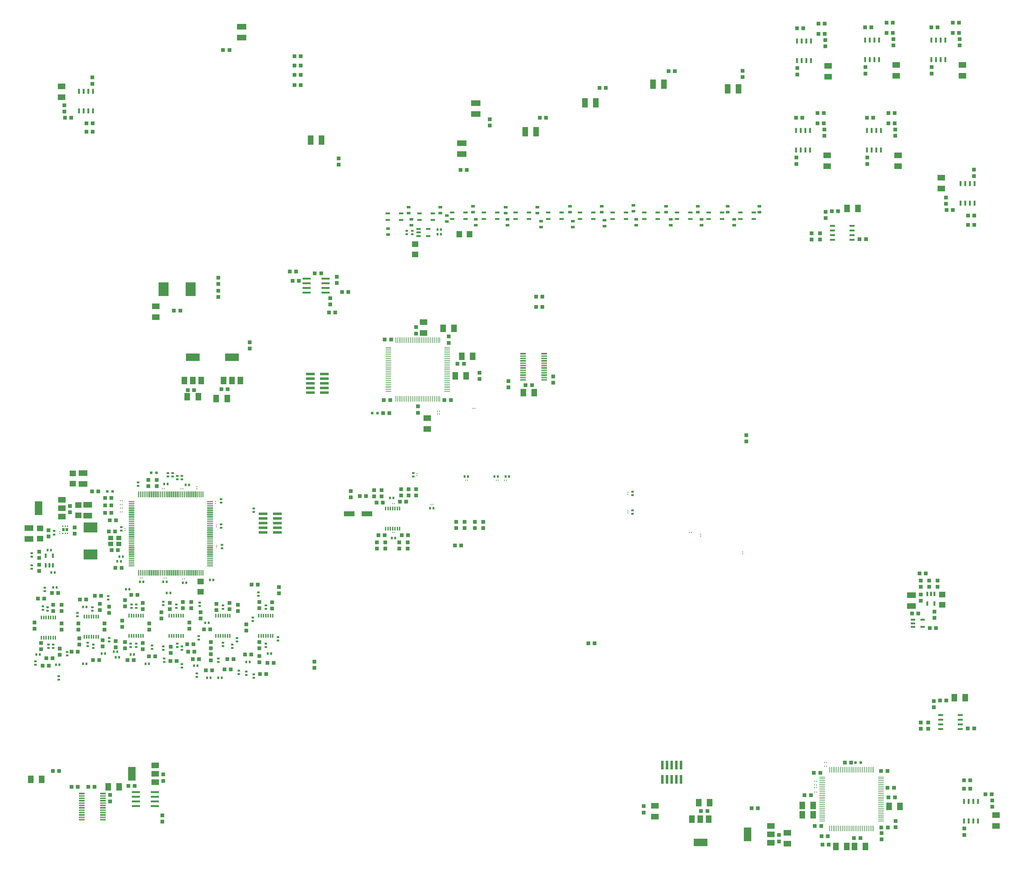
<source format=gbr>
G04 EAGLE Gerber RS-274X export*
G75*
%MOMM*%
%FSLAX34Y34*%
%LPD*%
%INSolderpaste Top*%
%IPPOS*%
%AMOC8*
5,1,8,0,0,1.08239X$1,22.5*%
G01*
%ADD10R,0.270000X1.500000*%
%ADD11R,1.500000X0.270000*%
%ADD12R,0.700000X0.600000*%
%ADD13R,1.400000X1.200000*%
%ADD14R,1.100000X1.000000*%
%ADD15R,1.800000X1.600000*%
%ADD16R,0.600000X0.700000*%
%ADD17C,0.070000*%
%ADD18R,1.000000X1.100000*%
%ADD19R,2.400000X0.760000*%
%ADD20R,0.800000X0.800000*%
%ADD21R,0.350000X0.250000*%
%ADD22R,0.250000X0.350000*%
%ADD23R,0.280000X0.430000*%
%ADD24R,1.200000X0.600000*%
%ADD25R,0.973900X0.798700*%
%ADD26R,0.760000X2.400000*%
%ADD27R,1.200000X0.550000*%
%ADD28R,0.304800X0.990600*%
%ADD29R,0.600000X1.200000*%
%ADD30R,2.400000X1.600000*%
%ADD31R,0.300000X0.450000*%
%ADD32R,0.650000X0.900000*%
%ADD33R,2.006600X1.498600*%
%ADD34R,2.006600X3.810000*%
%ADD35R,3.800000X2.800000*%
%ADD36R,1.498600X2.006600*%
%ADD37R,3.810000X2.006600*%
%ADD38R,1.080000X1.050000*%
%ADD39R,1.050000X1.080000*%
%ADD40R,2.000000X1.500000*%
%ADD41R,1.500000X2.000000*%
%ADD42C,0.102500*%
%ADD43R,0.600000X1.400000*%
%ADD44R,2.200000X0.600000*%
%ADD45R,1.500000X2.600000*%
%ADD46R,2.600000X1.500000*%
%ADD47R,1.400000X0.600000*%
%ADD48R,3.000000X1.400000*%
%ADD49R,0.430000X0.280000*%
%ADD50R,2.800000X3.800000*%
%ADD51R,1.600000X1.800000*%


D10*
X2348540Y323840D03*
X2343540Y323840D03*
X2338540Y323840D03*
X2333540Y323840D03*
X2328540Y323840D03*
X2323540Y323840D03*
X2318540Y323840D03*
X2313540Y323840D03*
X2308540Y323840D03*
X2303540Y323840D03*
X2298540Y323840D03*
X2293540Y323840D03*
X2288540Y323840D03*
X2283540Y323840D03*
X2278540Y323840D03*
X2273540Y323840D03*
X2268540Y323840D03*
X2263540Y323840D03*
X2258540Y323840D03*
X2253540Y323840D03*
X2248540Y323840D03*
X2243540Y323840D03*
X2238540Y323840D03*
X2233540Y323840D03*
X2228540Y323840D03*
D11*
X2208540Y303840D03*
X2208540Y298840D03*
X2208540Y293840D03*
X2208540Y288840D03*
X2208540Y283840D03*
X2208540Y278840D03*
X2208540Y273840D03*
X2208540Y268840D03*
X2208540Y263840D03*
X2208540Y258840D03*
X2208540Y253840D03*
X2208540Y248840D03*
X2208540Y243840D03*
X2208540Y238840D03*
X2208540Y233840D03*
X2208540Y228840D03*
X2208540Y223840D03*
X2208540Y218840D03*
X2208540Y213840D03*
X2208540Y208840D03*
X2208540Y203840D03*
X2208540Y198840D03*
X2208540Y193840D03*
X2208540Y188840D03*
X2208540Y183840D03*
D10*
X2228540Y163840D03*
X2233540Y163840D03*
X2238540Y163840D03*
X2243540Y163840D03*
X2248540Y163840D03*
X2253540Y163840D03*
X2258540Y163840D03*
X2263540Y163840D03*
X2268540Y163840D03*
X2273540Y163840D03*
X2278540Y163840D03*
X2283540Y163840D03*
X2288540Y163840D03*
X2293540Y163840D03*
X2298540Y163840D03*
X2303540Y163840D03*
X2308540Y163840D03*
X2313540Y163840D03*
X2318540Y163840D03*
X2323540Y163840D03*
X2328540Y163840D03*
X2333540Y163840D03*
X2338540Y163840D03*
X2343540Y163840D03*
X2348540Y163840D03*
D11*
X2368540Y183840D03*
X2368540Y188840D03*
X2368540Y193840D03*
X2368540Y198840D03*
X2368540Y203840D03*
X2368540Y208840D03*
X2368540Y213840D03*
X2368540Y218840D03*
X2368540Y223840D03*
X2368540Y228840D03*
X2368540Y233840D03*
X2368540Y238840D03*
X2368540Y243840D03*
X2368540Y248840D03*
X2368540Y253840D03*
X2368540Y258840D03*
X2368540Y263840D03*
X2368540Y268840D03*
X2368540Y273840D03*
X2368540Y278840D03*
X2368540Y283840D03*
X2368540Y288840D03*
X2368540Y293840D03*
X2368540Y298840D03*
X2368540Y303840D03*
D12*
X660400Y1026240D03*
X660400Y1036240D03*
D13*
X292940Y939420D03*
X292940Y955420D03*
X270940Y955420D03*
X270940Y939420D03*
D14*
X282820Y972820D03*
X265820Y972820D03*
X273440Y922020D03*
X290440Y922020D03*
D15*
X515620Y836960D03*
X515620Y808960D03*
D16*
X475060Y1099820D03*
X485060Y1099820D03*
D14*
X374142Y1096654D03*
X374142Y1113654D03*
D17*
X347890Y868390D02*
X347890Y853490D01*
X345790Y853490D01*
X345790Y868390D01*
X347890Y868390D01*
X347890Y854155D02*
X345790Y854155D01*
X345790Y854820D02*
X347890Y854820D01*
X347890Y855485D02*
X345790Y855485D01*
X345790Y856150D02*
X347890Y856150D01*
X347890Y856815D02*
X345790Y856815D01*
X345790Y857480D02*
X347890Y857480D01*
X347890Y858145D02*
X345790Y858145D01*
X345790Y858810D02*
X347890Y858810D01*
X347890Y859475D02*
X345790Y859475D01*
X345790Y860140D02*
X347890Y860140D01*
X347890Y860805D02*
X345790Y860805D01*
X345790Y861470D02*
X347890Y861470D01*
X347890Y862135D02*
X345790Y862135D01*
X345790Y862800D02*
X347890Y862800D01*
X347890Y863465D02*
X345790Y863465D01*
X345790Y864130D02*
X347890Y864130D01*
X347890Y864795D02*
X345790Y864795D01*
X345790Y865460D02*
X347890Y865460D01*
X347890Y866125D02*
X345790Y866125D01*
X345790Y866790D02*
X347890Y866790D01*
X347890Y867455D02*
X345790Y867455D01*
X345790Y868120D02*
X347890Y868120D01*
X352890Y868390D02*
X352890Y853490D01*
X350790Y853490D01*
X350790Y868390D01*
X352890Y868390D01*
X352890Y854155D02*
X350790Y854155D01*
X350790Y854820D02*
X352890Y854820D01*
X352890Y855485D02*
X350790Y855485D01*
X350790Y856150D02*
X352890Y856150D01*
X352890Y856815D02*
X350790Y856815D01*
X350790Y857480D02*
X352890Y857480D01*
X352890Y858145D02*
X350790Y858145D01*
X350790Y858810D02*
X352890Y858810D01*
X352890Y859475D02*
X350790Y859475D01*
X350790Y860140D02*
X352890Y860140D01*
X352890Y860805D02*
X350790Y860805D01*
X350790Y861470D02*
X352890Y861470D01*
X352890Y862135D02*
X350790Y862135D01*
X350790Y862800D02*
X352890Y862800D01*
X352890Y863465D02*
X350790Y863465D01*
X350790Y864130D02*
X352890Y864130D01*
X352890Y864795D02*
X350790Y864795D01*
X350790Y865460D02*
X352890Y865460D01*
X352890Y866125D02*
X350790Y866125D01*
X350790Y866790D02*
X352890Y866790D01*
X352890Y867455D02*
X350790Y867455D01*
X350790Y868120D02*
X352890Y868120D01*
X357890Y868390D02*
X357890Y853490D01*
X355790Y853490D01*
X355790Y868390D01*
X357890Y868390D01*
X357890Y854155D02*
X355790Y854155D01*
X355790Y854820D02*
X357890Y854820D01*
X357890Y855485D02*
X355790Y855485D01*
X355790Y856150D02*
X357890Y856150D01*
X357890Y856815D02*
X355790Y856815D01*
X355790Y857480D02*
X357890Y857480D01*
X357890Y858145D02*
X355790Y858145D01*
X355790Y858810D02*
X357890Y858810D01*
X357890Y859475D02*
X355790Y859475D01*
X355790Y860140D02*
X357890Y860140D01*
X357890Y860805D02*
X355790Y860805D01*
X355790Y861470D02*
X357890Y861470D01*
X357890Y862135D02*
X355790Y862135D01*
X355790Y862800D02*
X357890Y862800D01*
X357890Y863465D02*
X355790Y863465D01*
X355790Y864130D02*
X357890Y864130D01*
X357890Y864795D02*
X355790Y864795D01*
X355790Y865460D02*
X357890Y865460D01*
X357890Y866125D02*
X355790Y866125D01*
X355790Y866790D02*
X357890Y866790D01*
X357890Y867455D02*
X355790Y867455D01*
X355790Y868120D02*
X357890Y868120D01*
X362890Y868390D02*
X362890Y853490D01*
X360790Y853490D01*
X360790Y868390D01*
X362890Y868390D01*
X362890Y854155D02*
X360790Y854155D01*
X360790Y854820D02*
X362890Y854820D01*
X362890Y855485D02*
X360790Y855485D01*
X360790Y856150D02*
X362890Y856150D01*
X362890Y856815D02*
X360790Y856815D01*
X360790Y857480D02*
X362890Y857480D01*
X362890Y858145D02*
X360790Y858145D01*
X360790Y858810D02*
X362890Y858810D01*
X362890Y859475D02*
X360790Y859475D01*
X360790Y860140D02*
X362890Y860140D01*
X362890Y860805D02*
X360790Y860805D01*
X360790Y861470D02*
X362890Y861470D01*
X362890Y862135D02*
X360790Y862135D01*
X360790Y862800D02*
X362890Y862800D01*
X362890Y863465D02*
X360790Y863465D01*
X360790Y864130D02*
X362890Y864130D01*
X362890Y864795D02*
X360790Y864795D01*
X360790Y865460D02*
X362890Y865460D01*
X362890Y866125D02*
X360790Y866125D01*
X360790Y866790D02*
X362890Y866790D01*
X362890Y867455D02*
X360790Y867455D01*
X360790Y868120D02*
X362890Y868120D01*
X367890Y868390D02*
X367890Y853490D01*
X365790Y853490D01*
X365790Y868390D01*
X367890Y868390D01*
X367890Y854155D02*
X365790Y854155D01*
X365790Y854820D02*
X367890Y854820D01*
X367890Y855485D02*
X365790Y855485D01*
X365790Y856150D02*
X367890Y856150D01*
X367890Y856815D02*
X365790Y856815D01*
X365790Y857480D02*
X367890Y857480D01*
X367890Y858145D02*
X365790Y858145D01*
X365790Y858810D02*
X367890Y858810D01*
X367890Y859475D02*
X365790Y859475D01*
X365790Y860140D02*
X367890Y860140D01*
X367890Y860805D02*
X365790Y860805D01*
X365790Y861470D02*
X367890Y861470D01*
X367890Y862135D02*
X365790Y862135D01*
X365790Y862800D02*
X367890Y862800D01*
X367890Y863465D02*
X365790Y863465D01*
X365790Y864130D02*
X367890Y864130D01*
X367890Y864795D02*
X365790Y864795D01*
X365790Y865460D02*
X367890Y865460D01*
X367890Y866125D02*
X365790Y866125D01*
X365790Y866790D02*
X367890Y866790D01*
X367890Y867455D02*
X365790Y867455D01*
X365790Y868120D02*
X367890Y868120D01*
X372890Y868390D02*
X372890Y853490D01*
X370790Y853490D01*
X370790Y868390D01*
X372890Y868390D01*
X372890Y854155D02*
X370790Y854155D01*
X370790Y854820D02*
X372890Y854820D01*
X372890Y855485D02*
X370790Y855485D01*
X370790Y856150D02*
X372890Y856150D01*
X372890Y856815D02*
X370790Y856815D01*
X370790Y857480D02*
X372890Y857480D01*
X372890Y858145D02*
X370790Y858145D01*
X370790Y858810D02*
X372890Y858810D01*
X372890Y859475D02*
X370790Y859475D01*
X370790Y860140D02*
X372890Y860140D01*
X372890Y860805D02*
X370790Y860805D01*
X370790Y861470D02*
X372890Y861470D01*
X372890Y862135D02*
X370790Y862135D01*
X370790Y862800D02*
X372890Y862800D01*
X372890Y863465D02*
X370790Y863465D01*
X370790Y864130D02*
X372890Y864130D01*
X372890Y864795D02*
X370790Y864795D01*
X370790Y865460D02*
X372890Y865460D01*
X372890Y866125D02*
X370790Y866125D01*
X370790Y866790D02*
X372890Y866790D01*
X372890Y867455D02*
X370790Y867455D01*
X370790Y868120D02*
X372890Y868120D01*
X377890Y868390D02*
X377890Y853490D01*
X375790Y853490D01*
X375790Y868390D01*
X377890Y868390D01*
X377890Y854155D02*
X375790Y854155D01*
X375790Y854820D02*
X377890Y854820D01*
X377890Y855485D02*
X375790Y855485D01*
X375790Y856150D02*
X377890Y856150D01*
X377890Y856815D02*
X375790Y856815D01*
X375790Y857480D02*
X377890Y857480D01*
X377890Y858145D02*
X375790Y858145D01*
X375790Y858810D02*
X377890Y858810D01*
X377890Y859475D02*
X375790Y859475D01*
X375790Y860140D02*
X377890Y860140D01*
X377890Y860805D02*
X375790Y860805D01*
X375790Y861470D02*
X377890Y861470D01*
X377890Y862135D02*
X375790Y862135D01*
X375790Y862800D02*
X377890Y862800D01*
X377890Y863465D02*
X375790Y863465D01*
X375790Y864130D02*
X377890Y864130D01*
X377890Y864795D02*
X375790Y864795D01*
X375790Y865460D02*
X377890Y865460D01*
X377890Y866125D02*
X375790Y866125D01*
X375790Y866790D02*
X377890Y866790D01*
X377890Y867455D02*
X375790Y867455D01*
X375790Y868120D02*
X377890Y868120D01*
X382890Y868390D02*
X382890Y853490D01*
X380790Y853490D01*
X380790Y868390D01*
X382890Y868390D01*
X382890Y854155D02*
X380790Y854155D01*
X380790Y854820D02*
X382890Y854820D01*
X382890Y855485D02*
X380790Y855485D01*
X380790Y856150D02*
X382890Y856150D01*
X382890Y856815D02*
X380790Y856815D01*
X380790Y857480D02*
X382890Y857480D01*
X382890Y858145D02*
X380790Y858145D01*
X380790Y858810D02*
X382890Y858810D01*
X382890Y859475D02*
X380790Y859475D01*
X380790Y860140D02*
X382890Y860140D01*
X382890Y860805D02*
X380790Y860805D01*
X380790Y861470D02*
X382890Y861470D01*
X382890Y862135D02*
X380790Y862135D01*
X380790Y862800D02*
X382890Y862800D01*
X382890Y863465D02*
X380790Y863465D01*
X380790Y864130D02*
X382890Y864130D01*
X382890Y864795D02*
X380790Y864795D01*
X380790Y865460D02*
X382890Y865460D01*
X382890Y866125D02*
X380790Y866125D01*
X380790Y866790D02*
X382890Y866790D01*
X382890Y867455D02*
X380790Y867455D01*
X380790Y868120D02*
X382890Y868120D01*
X387890Y868390D02*
X387890Y853490D01*
X385790Y853490D01*
X385790Y868390D01*
X387890Y868390D01*
X387890Y854155D02*
X385790Y854155D01*
X385790Y854820D02*
X387890Y854820D01*
X387890Y855485D02*
X385790Y855485D01*
X385790Y856150D02*
X387890Y856150D01*
X387890Y856815D02*
X385790Y856815D01*
X385790Y857480D02*
X387890Y857480D01*
X387890Y858145D02*
X385790Y858145D01*
X385790Y858810D02*
X387890Y858810D01*
X387890Y859475D02*
X385790Y859475D01*
X385790Y860140D02*
X387890Y860140D01*
X387890Y860805D02*
X385790Y860805D01*
X385790Y861470D02*
X387890Y861470D01*
X387890Y862135D02*
X385790Y862135D01*
X385790Y862800D02*
X387890Y862800D01*
X387890Y863465D02*
X385790Y863465D01*
X385790Y864130D02*
X387890Y864130D01*
X387890Y864795D02*
X385790Y864795D01*
X385790Y865460D02*
X387890Y865460D01*
X387890Y866125D02*
X385790Y866125D01*
X385790Y866790D02*
X387890Y866790D01*
X387890Y867455D02*
X385790Y867455D01*
X385790Y868120D02*
X387890Y868120D01*
X392890Y868390D02*
X392890Y853490D01*
X390790Y853490D01*
X390790Y868390D01*
X392890Y868390D01*
X392890Y854155D02*
X390790Y854155D01*
X390790Y854820D02*
X392890Y854820D01*
X392890Y855485D02*
X390790Y855485D01*
X390790Y856150D02*
X392890Y856150D01*
X392890Y856815D02*
X390790Y856815D01*
X390790Y857480D02*
X392890Y857480D01*
X392890Y858145D02*
X390790Y858145D01*
X390790Y858810D02*
X392890Y858810D01*
X392890Y859475D02*
X390790Y859475D01*
X390790Y860140D02*
X392890Y860140D01*
X392890Y860805D02*
X390790Y860805D01*
X390790Y861470D02*
X392890Y861470D01*
X392890Y862135D02*
X390790Y862135D01*
X390790Y862800D02*
X392890Y862800D01*
X392890Y863465D02*
X390790Y863465D01*
X390790Y864130D02*
X392890Y864130D01*
X392890Y864795D02*
X390790Y864795D01*
X390790Y865460D02*
X392890Y865460D01*
X392890Y866125D02*
X390790Y866125D01*
X390790Y866790D02*
X392890Y866790D01*
X392890Y867455D02*
X390790Y867455D01*
X390790Y868120D02*
X392890Y868120D01*
X397890Y868390D02*
X397890Y853490D01*
X395790Y853490D01*
X395790Y868390D01*
X397890Y868390D01*
X397890Y854155D02*
X395790Y854155D01*
X395790Y854820D02*
X397890Y854820D01*
X397890Y855485D02*
X395790Y855485D01*
X395790Y856150D02*
X397890Y856150D01*
X397890Y856815D02*
X395790Y856815D01*
X395790Y857480D02*
X397890Y857480D01*
X397890Y858145D02*
X395790Y858145D01*
X395790Y858810D02*
X397890Y858810D01*
X397890Y859475D02*
X395790Y859475D01*
X395790Y860140D02*
X397890Y860140D01*
X397890Y860805D02*
X395790Y860805D01*
X395790Y861470D02*
X397890Y861470D01*
X397890Y862135D02*
X395790Y862135D01*
X395790Y862800D02*
X397890Y862800D01*
X397890Y863465D02*
X395790Y863465D01*
X395790Y864130D02*
X397890Y864130D01*
X397890Y864795D02*
X395790Y864795D01*
X395790Y865460D02*
X397890Y865460D01*
X397890Y866125D02*
X395790Y866125D01*
X395790Y866790D02*
X397890Y866790D01*
X397890Y867455D02*
X395790Y867455D01*
X395790Y868120D02*
X397890Y868120D01*
X402890Y868390D02*
X402890Y853490D01*
X400790Y853490D01*
X400790Y868390D01*
X402890Y868390D01*
X402890Y854155D02*
X400790Y854155D01*
X400790Y854820D02*
X402890Y854820D01*
X402890Y855485D02*
X400790Y855485D01*
X400790Y856150D02*
X402890Y856150D01*
X402890Y856815D02*
X400790Y856815D01*
X400790Y857480D02*
X402890Y857480D01*
X402890Y858145D02*
X400790Y858145D01*
X400790Y858810D02*
X402890Y858810D01*
X402890Y859475D02*
X400790Y859475D01*
X400790Y860140D02*
X402890Y860140D01*
X402890Y860805D02*
X400790Y860805D01*
X400790Y861470D02*
X402890Y861470D01*
X402890Y862135D02*
X400790Y862135D01*
X400790Y862800D02*
X402890Y862800D01*
X402890Y863465D02*
X400790Y863465D01*
X400790Y864130D02*
X402890Y864130D01*
X402890Y864795D02*
X400790Y864795D01*
X400790Y865460D02*
X402890Y865460D01*
X402890Y866125D02*
X400790Y866125D01*
X400790Y866790D02*
X402890Y866790D01*
X402890Y867455D02*
X400790Y867455D01*
X400790Y868120D02*
X402890Y868120D01*
X407890Y868390D02*
X407890Y853490D01*
X405790Y853490D01*
X405790Y868390D01*
X407890Y868390D01*
X407890Y854155D02*
X405790Y854155D01*
X405790Y854820D02*
X407890Y854820D01*
X407890Y855485D02*
X405790Y855485D01*
X405790Y856150D02*
X407890Y856150D01*
X407890Y856815D02*
X405790Y856815D01*
X405790Y857480D02*
X407890Y857480D01*
X407890Y858145D02*
X405790Y858145D01*
X405790Y858810D02*
X407890Y858810D01*
X407890Y859475D02*
X405790Y859475D01*
X405790Y860140D02*
X407890Y860140D01*
X407890Y860805D02*
X405790Y860805D01*
X405790Y861470D02*
X407890Y861470D01*
X407890Y862135D02*
X405790Y862135D01*
X405790Y862800D02*
X407890Y862800D01*
X407890Y863465D02*
X405790Y863465D01*
X405790Y864130D02*
X407890Y864130D01*
X407890Y864795D02*
X405790Y864795D01*
X405790Y865460D02*
X407890Y865460D01*
X407890Y866125D02*
X405790Y866125D01*
X405790Y866790D02*
X407890Y866790D01*
X407890Y867455D02*
X405790Y867455D01*
X405790Y868120D02*
X407890Y868120D01*
X412890Y868390D02*
X412890Y853490D01*
X410790Y853490D01*
X410790Y868390D01*
X412890Y868390D01*
X412890Y854155D02*
X410790Y854155D01*
X410790Y854820D02*
X412890Y854820D01*
X412890Y855485D02*
X410790Y855485D01*
X410790Y856150D02*
X412890Y856150D01*
X412890Y856815D02*
X410790Y856815D01*
X410790Y857480D02*
X412890Y857480D01*
X412890Y858145D02*
X410790Y858145D01*
X410790Y858810D02*
X412890Y858810D01*
X412890Y859475D02*
X410790Y859475D01*
X410790Y860140D02*
X412890Y860140D01*
X412890Y860805D02*
X410790Y860805D01*
X410790Y861470D02*
X412890Y861470D01*
X412890Y862135D02*
X410790Y862135D01*
X410790Y862800D02*
X412890Y862800D01*
X412890Y863465D02*
X410790Y863465D01*
X410790Y864130D02*
X412890Y864130D01*
X412890Y864795D02*
X410790Y864795D01*
X410790Y865460D02*
X412890Y865460D01*
X412890Y866125D02*
X410790Y866125D01*
X410790Y866790D02*
X412890Y866790D01*
X412890Y867455D02*
X410790Y867455D01*
X410790Y868120D02*
X412890Y868120D01*
X417890Y868390D02*
X417890Y853490D01*
X415790Y853490D01*
X415790Y868390D01*
X417890Y868390D01*
X417890Y854155D02*
X415790Y854155D01*
X415790Y854820D02*
X417890Y854820D01*
X417890Y855485D02*
X415790Y855485D01*
X415790Y856150D02*
X417890Y856150D01*
X417890Y856815D02*
X415790Y856815D01*
X415790Y857480D02*
X417890Y857480D01*
X417890Y858145D02*
X415790Y858145D01*
X415790Y858810D02*
X417890Y858810D01*
X417890Y859475D02*
X415790Y859475D01*
X415790Y860140D02*
X417890Y860140D01*
X417890Y860805D02*
X415790Y860805D01*
X415790Y861470D02*
X417890Y861470D01*
X417890Y862135D02*
X415790Y862135D01*
X415790Y862800D02*
X417890Y862800D01*
X417890Y863465D02*
X415790Y863465D01*
X415790Y864130D02*
X417890Y864130D01*
X417890Y864795D02*
X415790Y864795D01*
X415790Y865460D02*
X417890Y865460D01*
X417890Y866125D02*
X415790Y866125D01*
X415790Y866790D02*
X417890Y866790D01*
X417890Y867455D02*
X415790Y867455D01*
X415790Y868120D02*
X417890Y868120D01*
X422890Y868390D02*
X422890Y853490D01*
X420790Y853490D01*
X420790Y868390D01*
X422890Y868390D01*
X422890Y854155D02*
X420790Y854155D01*
X420790Y854820D02*
X422890Y854820D01*
X422890Y855485D02*
X420790Y855485D01*
X420790Y856150D02*
X422890Y856150D01*
X422890Y856815D02*
X420790Y856815D01*
X420790Y857480D02*
X422890Y857480D01*
X422890Y858145D02*
X420790Y858145D01*
X420790Y858810D02*
X422890Y858810D01*
X422890Y859475D02*
X420790Y859475D01*
X420790Y860140D02*
X422890Y860140D01*
X422890Y860805D02*
X420790Y860805D01*
X420790Y861470D02*
X422890Y861470D01*
X422890Y862135D02*
X420790Y862135D01*
X420790Y862800D02*
X422890Y862800D01*
X422890Y863465D02*
X420790Y863465D01*
X420790Y864130D02*
X422890Y864130D01*
X422890Y864795D02*
X420790Y864795D01*
X420790Y865460D02*
X422890Y865460D01*
X422890Y866125D02*
X420790Y866125D01*
X420790Y866790D02*
X422890Y866790D01*
X422890Y867455D02*
X420790Y867455D01*
X420790Y868120D02*
X422890Y868120D01*
X427890Y868390D02*
X427890Y853490D01*
X425790Y853490D01*
X425790Y868390D01*
X427890Y868390D01*
X427890Y854155D02*
X425790Y854155D01*
X425790Y854820D02*
X427890Y854820D01*
X427890Y855485D02*
X425790Y855485D01*
X425790Y856150D02*
X427890Y856150D01*
X427890Y856815D02*
X425790Y856815D01*
X425790Y857480D02*
X427890Y857480D01*
X427890Y858145D02*
X425790Y858145D01*
X425790Y858810D02*
X427890Y858810D01*
X427890Y859475D02*
X425790Y859475D01*
X425790Y860140D02*
X427890Y860140D01*
X427890Y860805D02*
X425790Y860805D01*
X425790Y861470D02*
X427890Y861470D01*
X427890Y862135D02*
X425790Y862135D01*
X425790Y862800D02*
X427890Y862800D01*
X427890Y863465D02*
X425790Y863465D01*
X425790Y864130D02*
X427890Y864130D01*
X427890Y864795D02*
X425790Y864795D01*
X425790Y865460D02*
X427890Y865460D01*
X427890Y866125D02*
X425790Y866125D01*
X425790Y866790D02*
X427890Y866790D01*
X427890Y867455D02*
X425790Y867455D01*
X425790Y868120D02*
X427890Y868120D01*
X432890Y868390D02*
X432890Y853490D01*
X430790Y853490D01*
X430790Y868390D01*
X432890Y868390D01*
X432890Y854155D02*
X430790Y854155D01*
X430790Y854820D02*
X432890Y854820D01*
X432890Y855485D02*
X430790Y855485D01*
X430790Y856150D02*
X432890Y856150D01*
X432890Y856815D02*
X430790Y856815D01*
X430790Y857480D02*
X432890Y857480D01*
X432890Y858145D02*
X430790Y858145D01*
X430790Y858810D02*
X432890Y858810D01*
X432890Y859475D02*
X430790Y859475D01*
X430790Y860140D02*
X432890Y860140D01*
X432890Y860805D02*
X430790Y860805D01*
X430790Y861470D02*
X432890Y861470D01*
X432890Y862135D02*
X430790Y862135D01*
X430790Y862800D02*
X432890Y862800D01*
X432890Y863465D02*
X430790Y863465D01*
X430790Y864130D02*
X432890Y864130D01*
X432890Y864795D02*
X430790Y864795D01*
X430790Y865460D02*
X432890Y865460D01*
X432890Y866125D02*
X430790Y866125D01*
X430790Y866790D02*
X432890Y866790D01*
X432890Y867455D02*
X430790Y867455D01*
X430790Y868120D02*
X432890Y868120D01*
X437890Y868390D02*
X437890Y853490D01*
X435790Y853490D01*
X435790Y868390D01*
X437890Y868390D01*
X437890Y854155D02*
X435790Y854155D01*
X435790Y854820D02*
X437890Y854820D01*
X437890Y855485D02*
X435790Y855485D01*
X435790Y856150D02*
X437890Y856150D01*
X437890Y856815D02*
X435790Y856815D01*
X435790Y857480D02*
X437890Y857480D01*
X437890Y858145D02*
X435790Y858145D01*
X435790Y858810D02*
X437890Y858810D01*
X437890Y859475D02*
X435790Y859475D01*
X435790Y860140D02*
X437890Y860140D01*
X437890Y860805D02*
X435790Y860805D01*
X435790Y861470D02*
X437890Y861470D01*
X437890Y862135D02*
X435790Y862135D01*
X435790Y862800D02*
X437890Y862800D01*
X437890Y863465D02*
X435790Y863465D01*
X435790Y864130D02*
X437890Y864130D01*
X437890Y864795D02*
X435790Y864795D01*
X435790Y865460D02*
X437890Y865460D01*
X437890Y866125D02*
X435790Y866125D01*
X435790Y866790D02*
X437890Y866790D01*
X437890Y867455D02*
X435790Y867455D01*
X435790Y868120D02*
X437890Y868120D01*
X442890Y868390D02*
X442890Y853490D01*
X440790Y853490D01*
X440790Y868390D01*
X442890Y868390D01*
X442890Y854155D02*
X440790Y854155D01*
X440790Y854820D02*
X442890Y854820D01*
X442890Y855485D02*
X440790Y855485D01*
X440790Y856150D02*
X442890Y856150D01*
X442890Y856815D02*
X440790Y856815D01*
X440790Y857480D02*
X442890Y857480D01*
X442890Y858145D02*
X440790Y858145D01*
X440790Y858810D02*
X442890Y858810D01*
X442890Y859475D02*
X440790Y859475D01*
X440790Y860140D02*
X442890Y860140D01*
X442890Y860805D02*
X440790Y860805D01*
X440790Y861470D02*
X442890Y861470D01*
X442890Y862135D02*
X440790Y862135D01*
X440790Y862800D02*
X442890Y862800D01*
X442890Y863465D02*
X440790Y863465D01*
X440790Y864130D02*
X442890Y864130D01*
X442890Y864795D02*
X440790Y864795D01*
X440790Y865460D02*
X442890Y865460D01*
X442890Y866125D02*
X440790Y866125D01*
X440790Y866790D02*
X442890Y866790D01*
X442890Y867455D02*
X440790Y867455D01*
X440790Y868120D02*
X442890Y868120D01*
X447890Y868390D02*
X447890Y853490D01*
X445790Y853490D01*
X445790Y868390D01*
X447890Y868390D01*
X447890Y854155D02*
X445790Y854155D01*
X445790Y854820D02*
X447890Y854820D01*
X447890Y855485D02*
X445790Y855485D01*
X445790Y856150D02*
X447890Y856150D01*
X447890Y856815D02*
X445790Y856815D01*
X445790Y857480D02*
X447890Y857480D01*
X447890Y858145D02*
X445790Y858145D01*
X445790Y858810D02*
X447890Y858810D01*
X447890Y859475D02*
X445790Y859475D01*
X445790Y860140D02*
X447890Y860140D01*
X447890Y860805D02*
X445790Y860805D01*
X445790Y861470D02*
X447890Y861470D01*
X447890Y862135D02*
X445790Y862135D01*
X445790Y862800D02*
X447890Y862800D01*
X447890Y863465D02*
X445790Y863465D01*
X445790Y864130D02*
X447890Y864130D01*
X447890Y864795D02*
X445790Y864795D01*
X445790Y865460D02*
X447890Y865460D01*
X447890Y866125D02*
X445790Y866125D01*
X445790Y866790D02*
X447890Y866790D01*
X447890Y867455D02*
X445790Y867455D01*
X445790Y868120D02*
X447890Y868120D01*
X452890Y868390D02*
X452890Y853490D01*
X450790Y853490D01*
X450790Y868390D01*
X452890Y868390D01*
X452890Y854155D02*
X450790Y854155D01*
X450790Y854820D02*
X452890Y854820D01*
X452890Y855485D02*
X450790Y855485D01*
X450790Y856150D02*
X452890Y856150D01*
X452890Y856815D02*
X450790Y856815D01*
X450790Y857480D02*
X452890Y857480D01*
X452890Y858145D02*
X450790Y858145D01*
X450790Y858810D02*
X452890Y858810D01*
X452890Y859475D02*
X450790Y859475D01*
X450790Y860140D02*
X452890Y860140D01*
X452890Y860805D02*
X450790Y860805D01*
X450790Y861470D02*
X452890Y861470D01*
X452890Y862135D02*
X450790Y862135D01*
X450790Y862800D02*
X452890Y862800D01*
X452890Y863465D02*
X450790Y863465D01*
X450790Y864130D02*
X452890Y864130D01*
X452890Y864795D02*
X450790Y864795D01*
X450790Y865460D02*
X452890Y865460D01*
X452890Y866125D02*
X450790Y866125D01*
X450790Y866790D02*
X452890Y866790D01*
X452890Y867455D02*
X450790Y867455D01*
X450790Y868120D02*
X452890Y868120D01*
X457890Y868390D02*
X457890Y853490D01*
X455790Y853490D01*
X455790Y868390D01*
X457890Y868390D01*
X457890Y854155D02*
X455790Y854155D01*
X455790Y854820D02*
X457890Y854820D01*
X457890Y855485D02*
X455790Y855485D01*
X455790Y856150D02*
X457890Y856150D01*
X457890Y856815D02*
X455790Y856815D01*
X455790Y857480D02*
X457890Y857480D01*
X457890Y858145D02*
X455790Y858145D01*
X455790Y858810D02*
X457890Y858810D01*
X457890Y859475D02*
X455790Y859475D01*
X455790Y860140D02*
X457890Y860140D01*
X457890Y860805D02*
X455790Y860805D01*
X455790Y861470D02*
X457890Y861470D01*
X457890Y862135D02*
X455790Y862135D01*
X455790Y862800D02*
X457890Y862800D01*
X457890Y863465D02*
X455790Y863465D01*
X455790Y864130D02*
X457890Y864130D01*
X457890Y864795D02*
X455790Y864795D01*
X455790Y865460D02*
X457890Y865460D01*
X457890Y866125D02*
X455790Y866125D01*
X455790Y866790D02*
X457890Y866790D01*
X457890Y867455D02*
X455790Y867455D01*
X455790Y868120D02*
X457890Y868120D01*
X462890Y868390D02*
X462890Y853490D01*
X460790Y853490D01*
X460790Y868390D01*
X462890Y868390D01*
X462890Y854155D02*
X460790Y854155D01*
X460790Y854820D02*
X462890Y854820D01*
X462890Y855485D02*
X460790Y855485D01*
X460790Y856150D02*
X462890Y856150D01*
X462890Y856815D02*
X460790Y856815D01*
X460790Y857480D02*
X462890Y857480D01*
X462890Y858145D02*
X460790Y858145D01*
X460790Y858810D02*
X462890Y858810D01*
X462890Y859475D02*
X460790Y859475D01*
X460790Y860140D02*
X462890Y860140D01*
X462890Y860805D02*
X460790Y860805D01*
X460790Y861470D02*
X462890Y861470D01*
X462890Y862135D02*
X460790Y862135D01*
X460790Y862800D02*
X462890Y862800D01*
X462890Y863465D02*
X460790Y863465D01*
X460790Y864130D02*
X462890Y864130D01*
X462890Y864795D02*
X460790Y864795D01*
X460790Y865460D02*
X462890Y865460D01*
X462890Y866125D02*
X460790Y866125D01*
X460790Y866790D02*
X462890Y866790D01*
X462890Y867455D02*
X460790Y867455D01*
X460790Y868120D02*
X462890Y868120D01*
X467890Y868390D02*
X467890Y853490D01*
X465790Y853490D01*
X465790Y868390D01*
X467890Y868390D01*
X467890Y854155D02*
X465790Y854155D01*
X465790Y854820D02*
X467890Y854820D01*
X467890Y855485D02*
X465790Y855485D01*
X465790Y856150D02*
X467890Y856150D01*
X467890Y856815D02*
X465790Y856815D01*
X465790Y857480D02*
X467890Y857480D01*
X467890Y858145D02*
X465790Y858145D01*
X465790Y858810D02*
X467890Y858810D01*
X467890Y859475D02*
X465790Y859475D01*
X465790Y860140D02*
X467890Y860140D01*
X467890Y860805D02*
X465790Y860805D01*
X465790Y861470D02*
X467890Y861470D01*
X467890Y862135D02*
X465790Y862135D01*
X465790Y862800D02*
X467890Y862800D01*
X467890Y863465D02*
X465790Y863465D01*
X465790Y864130D02*
X467890Y864130D01*
X467890Y864795D02*
X465790Y864795D01*
X465790Y865460D02*
X467890Y865460D01*
X467890Y866125D02*
X465790Y866125D01*
X465790Y866790D02*
X467890Y866790D01*
X467890Y867455D02*
X465790Y867455D01*
X465790Y868120D02*
X467890Y868120D01*
X472890Y868390D02*
X472890Y853490D01*
X470790Y853490D01*
X470790Y868390D01*
X472890Y868390D01*
X472890Y854155D02*
X470790Y854155D01*
X470790Y854820D02*
X472890Y854820D01*
X472890Y855485D02*
X470790Y855485D01*
X470790Y856150D02*
X472890Y856150D01*
X472890Y856815D02*
X470790Y856815D01*
X470790Y857480D02*
X472890Y857480D01*
X472890Y858145D02*
X470790Y858145D01*
X470790Y858810D02*
X472890Y858810D01*
X472890Y859475D02*
X470790Y859475D01*
X470790Y860140D02*
X472890Y860140D01*
X472890Y860805D02*
X470790Y860805D01*
X470790Y861470D02*
X472890Y861470D01*
X472890Y862135D02*
X470790Y862135D01*
X470790Y862800D02*
X472890Y862800D01*
X472890Y863465D02*
X470790Y863465D01*
X470790Y864130D02*
X472890Y864130D01*
X472890Y864795D02*
X470790Y864795D01*
X470790Y865460D02*
X472890Y865460D01*
X472890Y866125D02*
X470790Y866125D01*
X470790Y866790D02*
X472890Y866790D01*
X472890Y867455D02*
X470790Y867455D01*
X470790Y868120D02*
X472890Y868120D01*
X477890Y868390D02*
X477890Y853490D01*
X475790Y853490D01*
X475790Y868390D01*
X477890Y868390D01*
X477890Y854155D02*
X475790Y854155D01*
X475790Y854820D02*
X477890Y854820D01*
X477890Y855485D02*
X475790Y855485D01*
X475790Y856150D02*
X477890Y856150D01*
X477890Y856815D02*
X475790Y856815D01*
X475790Y857480D02*
X477890Y857480D01*
X477890Y858145D02*
X475790Y858145D01*
X475790Y858810D02*
X477890Y858810D01*
X477890Y859475D02*
X475790Y859475D01*
X475790Y860140D02*
X477890Y860140D01*
X477890Y860805D02*
X475790Y860805D01*
X475790Y861470D02*
X477890Y861470D01*
X477890Y862135D02*
X475790Y862135D01*
X475790Y862800D02*
X477890Y862800D01*
X477890Y863465D02*
X475790Y863465D01*
X475790Y864130D02*
X477890Y864130D01*
X477890Y864795D02*
X475790Y864795D01*
X475790Y865460D02*
X477890Y865460D01*
X477890Y866125D02*
X475790Y866125D01*
X475790Y866790D02*
X477890Y866790D01*
X477890Y867455D02*
X475790Y867455D01*
X475790Y868120D02*
X477890Y868120D01*
X482890Y868390D02*
X482890Y853490D01*
X480790Y853490D01*
X480790Y868390D01*
X482890Y868390D01*
X482890Y854155D02*
X480790Y854155D01*
X480790Y854820D02*
X482890Y854820D01*
X482890Y855485D02*
X480790Y855485D01*
X480790Y856150D02*
X482890Y856150D01*
X482890Y856815D02*
X480790Y856815D01*
X480790Y857480D02*
X482890Y857480D01*
X482890Y858145D02*
X480790Y858145D01*
X480790Y858810D02*
X482890Y858810D01*
X482890Y859475D02*
X480790Y859475D01*
X480790Y860140D02*
X482890Y860140D01*
X482890Y860805D02*
X480790Y860805D01*
X480790Y861470D02*
X482890Y861470D01*
X482890Y862135D02*
X480790Y862135D01*
X480790Y862800D02*
X482890Y862800D01*
X482890Y863465D02*
X480790Y863465D01*
X480790Y864130D02*
X482890Y864130D01*
X482890Y864795D02*
X480790Y864795D01*
X480790Y865460D02*
X482890Y865460D01*
X482890Y866125D02*
X480790Y866125D01*
X480790Y866790D02*
X482890Y866790D01*
X482890Y867455D02*
X480790Y867455D01*
X480790Y868120D02*
X482890Y868120D01*
X487890Y868390D02*
X487890Y853490D01*
X485790Y853490D01*
X485790Y868390D01*
X487890Y868390D01*
X487890Y854155D02*
X485790Y854155D01*
X485790Y854820D02*
X487890Y854820D01*
X487890Y855485D02*
X485790Y855485D01*
X485790Y856150D02*
X487890Y856150D01*
X487890Y856815D02*
X485790Y856815D01*
X485790Y857480D02*
X487890Y857480D01*
X487890Y858145D02*
X485790Y858145D01*
X485790Y858810D02*
X487890Y858810D01*
X487890Y859475D02*
X485790Y859475D01*
X485790Y860140D02*
X487890Y860140D01*
X487890Y860805D02*
X485790Y860805D01*
X485790Y861470D02*
X487890Y861470D01*
X487890Y862135D02*
X485790Y862135D01*
X485790Y862800D02*
X487890Y862800D01*
X487890Y863465D02*
X485790Y863465D01*
X485790Y864130D02*
X487890Y864130D01*
X487890Y864795D02*
X485790Y864795D01*
X485790Y865460D02*
X487890Y865460D01*
X487890Y866125D02*
X485790Y866125D01*
X485790Y866790D02*
X487890Y866790D01*
X487890Y867455D02*
X485790Y867455D01*
X485790Y868120D02*
X487890Y868120D01*
X492890Y868390D02*
X492890Y853490D01*
X490790Y853490D01*
X490790Y868390D01*
X492890Y868390D01*
X492890Y854155D02*
X490790Y854155D01*
X490790Y854820D02*
X492890Y854820D01*
X492890Y855485D02*
X490790Y855485D01*
X490790Y856150D02*
X492890Y856150D01*
X492890Y856815D02*
X490790Y856815D01*
X490790Y857480D02*
X492890Y857480D01*
X492890Y858145D02*
X490790Y858145D01*
X490790Y858810D02*
X492890Y858810D01*
X492890Y859475D02*
X490790Y859475D01*
X490790Y860140D02*
X492890Y860140D01*
X492890Y860805D02*
X490790Y860805D01*
X490790Y861470D02*
X492890Y861470D01*
X492890Y862135D02*
X490790Y862135D01*
X490790Y862800D02*
X492890Y862800D01*
X492890Y863465D02*
X490790Y863465D01*
X490790Y864130D02*
X492890Y864130D01*
X492890Y864795D02*
X490790Y864795D01*
X490790Y865460D02*
X492890Y865460D01*
X492890Y866125D02*
X490790Y866125D01*
X490790Y866790D02*
X492890Y866790D01*
X492890Y867455D02*
X490790Y867455D01*
X490790Y868120D02*
X492890Y868120D01*
X497890Y868390D02*
X497890Y853490D01*
X495790Y853490D01*
X495790Y868390D01*
X497890Y868390D01*
X497890Y854155D02*
X495790Y854155D01*
X495790Y854820D02*
X497890Y854820D01*
X497890Y855485D02*
X495790Y855485D01*
X495790Y856150D02*
X497890Y856150D01*
X497890Y856815D02*
X495790Y856815D01*
X495790Y857480D02*
X497890Y857480D01*
X497890Y858145D02*
X495790Y858145D01*
X495790Y858810D02*
X497890Y858810D01*
X497890Y859475D02*
X495790Y859475D01*
X495790Y860140D02*
X497890Y860140D01*
X497890Y860805D02*
X495790Y860805D01*
X495790Y861470D02*
X497890Y861470D01*
X497890Y862135D02*
X495790Y862135D01*
X495790Y862800D02*
X497890Y862800D01*
X497890Y863465D02*
X495790Y863465D01*
X495790Y864130D02*
X497890Y864130D01*
X497890Y864795D02*
X495790Y864795D01*
X495790Y865460D02*
X497890Y865460D01*
X497890Y866125D02*
X495790Y866125D01*
X495790Y866790D02*
X497890Y866790D01*
X497890Y867455D02*
X495790Y867455D01*
X495790Y868120D02*
X497890Y868120D01*
X502890Y868390D02*
X502890Y853490D01*
X500790Y853490D01*
X500790Y868390D01*
X502890Y868390D01*
X502890Y854155D02*
X500790Y854155D01*
X500790Y854820D02*
X502890Y854820D01*
X502890Y855485D02*
X500790Y855485D01*
X500790Y856150D02*
X502890Y856150D01*
X502890Y856815D02*
X500790Y856815D01*
X500790Y857480D02*
X502890Y857480D01*
X502890Y858145D02*
X500790Y858145D01*
X500790Y858810D02*
X502890Y858810D01*
X502890Y859475D02*
X500790Y859475D01*
X500790Y860140D02*
X502890Y860140D01*
X502890Y860805D02*
X500790Y860805D01*
X500790Y861470D02*
X502890Y861470D01*
X502890Y862135D02*
X500790Y862135D01*
X500790Y862800D02*
X502890Y862800D01*
X502890Y863465D02*
X500790Y863465D01*
X500790Y864130D02*
X502890Y864130D01*
X502890Y864795D02*
X500790Y864795D01*
X500790Y865460D02*
X502890Y865460D01*
X502890Y866125D02*
X500790Y866125D01*
X500790Y866790D02*
X502890Y866790D01*
X502890Y867455D02*
X500790Y867455D01*
X500790Y868120D02*
X502890Y868120D01*
X507890Y868390D02*
X507890Y853490D01*
X505790Y853490D01*
X505790Y868390D01*
X507890Y868390D01*
X507890Y854155D02*
X505790Y854155D01*
X505790Y854820D02*
X507890Y854820D01*
X507890Y855485D02*
X505790Y855485D01*
X505790Y856150D02*
X507890Y856150D01*
X507890Y856815D02*
X505790Y856815D01*
X505790Y857480D02*
X507890Y857480D01*
X507890Y858145D02*
X505790Y858145D01*
X505790Y858810D02*
X507890Y858810D01*
X507890Y859475D02*
X505790Y859475D01*
X505790Y860140D02*
X507890Y860140D01*
X507890Y860805D02*
X505790Y860805D01*
X505790Y861470D02*
X507890Y861470D01*
X507890Y862135D02*
X505790Y862135D01*
X505790Y862800D02*
X507890Y862800D01*
X507890Y863465D02*
X505790Y863465D01*
X505790Y864130D02*
X507890Y864130D01*
X507890Y864795D02*
X505790Y864795D01*
X505790Y865460D02*
X507890Y865460D01*
X507890Y866125D02*
X505790Y866125D01*
X505790Y866790D02*
X507890Y866790D01*
X507890Y867455D02*
X505790Y867455D01*
X505790Y868120D02*
X507890Y868120D01*
X512890Y868390D02*
X512890Y853490D01*
X510790Y853490D01*
X510790Y868390D01*
X512890Y868390D01*
X512890Y854155D02*
X510790Y854155D01*
X510790Y854820D02*
X512890Y854820D01*
X512890Y855485D02*
X510790Y855485D01*
X510790Y856150D02*
X512890Y856150D01*
X512890Y856815D02*
X510790Y856815D01*
X510790Y857480D02*
X512890Y857480D01*
X512890Y858145D02*
X510790Y858145D01*
X510790Y858810D02*
X512890Y858810D01*
X512890Y859475D02*
X510790Y859475D01*
X510790Y860140D02*
X512890Y860140D01*
X512890Y860805D02*
X510790Y860805D01*
X510790Y861470D02*
X512890Y861470D01*
X512890Y862135D02*
X510790Y862135D01*
X510790Y862800D02*
X512890Y862800D01*
X512890Y863465D02*
X510790Y863465D01*
X510790Y864130D02*
X512890Y864130D01*
X512890Y864795D02*
X510790Y864795D01*
X510790Y865460D02*
X512890Y865460D01*
X512890Y866125D02*
X510790Y866125D01*
X510790Y866790D02*
X512890Y866790D01*
X512890Y867455D02*
X510790Y867455D01*
X510790Y868120D02*
X512890Y868120D01*
X517890Y868390D02*
X517890Y853490D01*
X515790Y853490D01*
X515790Y868390D01*
X517890Y868390D01*
X517890Y854155D02*
X515790Y854155D01*
X515790Y854820D02*
X517890Y854820D01*
X517890Y855485D02*
X515790Y855485D01*
X515790Y856150D02*
X517890Y856150D01*
X517890Y856815D02*
X515790Y856815D01*
X515790Y857480D02*
X517890Y857480D01*
X517890Y858145D02*
X515790Y858145D01*
X515790Y858810D02*
X517890Y858810D01*
X517890Y859475D02*
X515790Y859475D01*
X515790Y860140D02*
X517890Y860140D01*
X517890Y860805D02*
X515790Y860805D01*
X515790Y861470D02*
X517890Y861470D01*
X517890Y862135D02*
X515790Y862135D01*
X515790Y862800D02*
X517890Y862800D01*
X517890Y863465D02*
X515790Y863465D01*
X515790Y864130D02*
X517890Y864130D01*
X517890Y864795D02*
X515790Y864795D01*
X515790Y865460D02*
X517890Y865460D01*
X517890Y866125D02*
X515790Y866125D01*
X515790Y866790D02*
X517890Y866790D01*
X517890Y867455D02*
X515790Y867455D01*
X515790Y868120D02*
X517890Y868120D01*
X522890Y868390D02*
X522890Y853490D01*
X520790Y853490D01*
X520790Y868390D01*
X522890Y868390D01*
X522890Y854155D02*
X520790Y854155D01*
X520790Y854820D02*
X522890Y854820D01*
X522890Y855485D02*
X520790Y855485D01*
X520790Y856150D02*
X522890Y856150D01*
X522890Y856815D02*
X520790Y856815D01*
X520790Y857480D02*
X522890Y857480D01*
X522890Y858145D02*
X520790Y858145D01*
X520790Y858810D02*
X522890Y858810D01*
X522890Y859475D02*
X520790Y859475D01*
X520790Y860140D02*
X522890Y860140D01*
X522890Y860805D02*
X520790Y860805D01*
X520790Y861470D02*
X522890Y861470D01*
X522890Y862135D02*
X520790Y862135D01*
X520790Y862800D02*
X522890Y862800D01*
X522890Y863465D02*
X520790Y863465D01*
X520790Y864130D02*
X522890Y864130D01*
X522890Y864795D02*
X520790Y864795D01*
X520790Y865460D02*
X522890Y865460D01*
X522890Y866125D02*
X520790Y866125D01*
X520790Y866790D02*
X522890Y866790D01*
X522890Y867455D02*
X520790Y867455D01*
X520790Y868120D02*
X522890Y868120D01*
X522890Y1067090D02*
X522890Y1081990D01*
X522890Y1067090D02*
X520790Y1067090D01*
X520790Y1081990D01*
X522890Y1081990D01*
X522890Y1067755D02*
X520790Y1067755D01*
X520790Y1068420D02*
X522890Y1068420D01*
X522890Y1069085D02*
X520790Y1069085D01*
X520790Y1069750D02*
X522890Y1069750D01*
X522890Y1070415D02*
X520790Y1070415D01*
X520790Y1071080D02*
X522890Y1071080D01*
X522890Y1071745D02*
X520790Y1071745D01*
X520790Y1072410D02*
X522890Y1072410D01*
X522890Y1073075D02*
X520790Y1073075D01*
X520790Y1073740D02*
X522890Y1073740D01*
X522890Y1074405D02*
X520790Y1074405D01*
X520790Y1075070D02*
X522890Y1075070D01*
X522890Y1075735D02*
X520790Y1075735D01*
X520790Y1076400D02*
X522890Y1076400D01*
X522890Y1077065D02*
X520790Y1077065D01*
X520790Y1077730D02*
X522890Y1077730D01*
X522890Y1078395D02*
X520790Y1078395D01*
X520790Y1079060D02*
X522890Y1079060D01*
X522890Y1079725D02*
X520790Y1079725D01*
X520790Y1080390D02*
X522890Y1080390D01*
X522890Y1081055D02*
X520790Y1081055D01*
X520790Y1081720D02*
X522890Y1081720D01*
X517890Y1081990D02*
X517890Y1067090D01*
X515790Y1067090D01*
X515790Y1081990D01*
X517890Y1081990D01*
X517890Y1067755D02*
X515790Y1067755D01*
X515790Y1068420D02*
X517890Y1068420D01*
X517890Y1069085D02*
X515790Y1069085D01*
X515790Y1069750D02*
X517890Y1069750D01*
X517890Y1070415D02*
X515790Y1070415D01*
X515790Y1071080D02*
X517890Y1071080D01*
X517890Y1071745D02*
X515790Y1071745D01*
X515790Y1072410D02*
X517890Y1072410D01*
X517890Y1073075D02*
X515790Y1073075D01*
X515790Y1073740D02*
X517890Y1073740D01*
X517890Y1074405D02*
X515790Y1074405D01*
X515790Y1075070D02*
X517890Y1075070D01*
X517890Y1075735D02*
X515790Y1075735D01*
X515790Y1076400D02*
X517890Y1076400D01*
X517890Y1077065D02*
X515790Y1077065D01*
X515790Y1077730D02*
X517890Y1077730D01*
X517890Y1078395D02*
X515790Y1078395D01*
X515790Y1079060D02*
X517890Y1079060D01*
X517890Y1079725D02*
X515790Y1079725D01*
X515790Y1080390D02*
X517890Y1080390D01*
X517890Y1081055D02*
X515790Y1081055D01*
X515790Y1081720D02*
X517890Y1081720D01*
X512890Y1081990D02*
X512890Y1067090D01*
X510790Y1067090D01*
X510790Y1081990D01*
X512890Y1081990D01*
X512890Y1067755D02*
X510790Y1067755D01*
X510790Y1068420D02*
X512890Y1068420D01*
X512890Y1069085D02*
X510790Y1069085D01*
X510790Y1069750D02*
X512890Y1069750D01*
X512890Y1070415D02*
X510790Y1070415D01*
X510790Y1071080D02*
X512890Y1071080D01*
X512890Y1071745D02*
X510790Y1071745D01*
X510790Y1072410D02*
X512890Y1072410D01*
X512890Y1073075D02*
X510790Y1073075D01*
X510790Y1073740D02*
X512890Y1073740D01*
X512890Y1074405D02*
X510790Y1074405D01*
X510790Y1075070D02*
X512890Y1075070D01*
X512890Y1075735D02*
X510790Y1075735D01*
X510790Y1076400D02*
X512890Y1076400D01*
X512890Y1077065D02*
X510790Y1077065D01*
X510790Y1077730D02*
X512890Y1077730D01*
X512890Y1078395D02*
X510790Y1078395D01*
X510790Y1079060D02*
X512890Y1079060D01*
X512890Y1079725D02*
X510790Y1079725D01*
X510790Y1080390D02*
X512890Y1080390D01*
X512890Y1081055D02*
X510790Y1081055D01*
X510790Y1081720D02*
X512890Y1081720D01*
X507890Y1081990D02*
X507890Y1067090D01*
X505790Y1067090D01*
X505790Y1081990D01*
X507890Y1081990D01*
X507890Y1067755D02*
X505790Y1067755D01*
X505790Y1068420D02*
X507890Y1068420D01*
X507890Y1069085D02*
X505790Y1069085D01*
X505790Y1069750D02*
X507890Y1069750D01*
X507890Y1070415D02*
X505790Y1070415D01*
X505790Y1071080D02*
X507890Y1071080D01*
X507890Y1071745D02*
X505790Y1071745D01*
X505790Y1072410D02*
X507890Y1072410D01*
X507890Y1073075D02*
X505790Y1073075D01*
X505790Y1073740D02*
X507890Y1073740D01*
X507890Y1074405D02*
X505790Y1074405D01*
X505790Y1075070D02*
X507890Y1075070D01*
X507890Y1075735D02*
X505790Y1075735D01*
X505790Y1076400D02*
X507890Y1076400D01*
X507890Y1077065D02*
X505790Y1077065D01*
X505790Y1077730D02*
X507890Y1077730D01*
X507890Y1078395D02*
X505790Y1078395D01*
X505790Y1079060D02*
X507890Y1079060D01*
X507890Y1079725D02*
X505790Y1079725D01*
X505790Y1080390D02*
X507890Y1080390D01*
X507890Y1081055D02*
X505790Y1081055D01*
X505790Y1081720D02*
X507890Y1081720D01*
X502890Y1081990D02*
X502890Y1067090D01*
X500790Y1067090D01*
X500790Y1081990D01*
X502890Y1081990D01*
X502890Y1067755D02*
X500790Y1067755D01*
X500790Y1068420D02*
X502890Y1068420D01*
X502890Y1069085D02*
X500790Y1069085D01*
X500790Y1069750D02*
X502890Y1069750D01*
X502890Y1070415D02*
X500790Y1070415D01*
X500790Y1071080D02*
X502890Y1071080D01*
X502890Y1071745D02*
X500790Y1071745D01*
X500790Y1072410D02*
X502890Y1072410D01*
X502890Y1073075D02*
X500790Y1073075D01*
X500790Y1073740D02*
X502890Y1073740D01*
X502890Y1074405D02*
X500790Y1074405D01*
X500790Y1075070D02*
X502890Y1075070D01*
X502890Y1075735D02*
X500790Y1075735D01*
X500790Y1076400D02*
X502890Y1076400D01*
X502890Y1077065D02*
X500790Y1077065D01*
X500790Y1077730D02*
X502890Y1077730D01*
X502890Y1078395D02*
X500790Y1078395D01*
X500790Y1079060D02*
X502890Y1079060D01*
X502890Y1079725D02*
X500790Y1079725D01*
X500790Y1080390D02*
X502890Y1080390D01*
X502890Y1081055D02*
X500790Y1081055D01*
X500790Y1081720D02*
X502890Y1081720D01*
X497890Y1081990D02*
X497890Y1067090D01*
X495790Y1067090D01*
X495790Y1081990D01*
X497890Y1081990D01*
X497890Y1067755D02*
X495790Y1067755D01*
X495790Y1068420D02*
X497890Y1068420D01*
X497890Y1069085D02*
X495790Y1069085D01*
X495790Y1069750D02*
X497890Y1069750D01*
X497890Y1070415D02*
X495790Y1070415D01*
X495790Y1071080D02*
X497890Y1071080D01*
X497890Y1071745D02*
X495790Y1071745D01*
X495790Y1072410D02*
X497890Y1072410D01*
X497890Y1073075D02*
X495790Y1073075D01*
X495790Y1073740D02*
X497890Y1073740D01*
X497890Y1074405D02*
X495790Y1074405D01*
X495790Y1075070D02*
X497890Y1075070D01*
X497890Y1075735D02*
X495790Y1075735D01*
X495790Y1076400D02*
X497890Y1076400D01*
X497890Y1077065D02*
X495790Y1077065D01*
X495790Y1077730D02*
X497890Y1077730D01*
X497890Y1078395D02*
X495790Y1078395D01*
X495790Y1079060D02*
X497890Y1079060D01*
X497890Y1079725D02*
X495790Y1079725D01*
X495790Y1080390D02*
X497890Y1080390D01*
X497890Y1081055D02*
X495790Y1081055D01*
X495790Y1081720D02*
X497890Y1081720D01*
X492890Y1081990D02*
X492890Y1067090D01*
X490790Y1067090D01*
X490790Y1081990D01*
X492890Y1081990D01*
X492890Y1067755D02*
X490790Y1067755D01*
X490790Y1068420D02*
X492890Y1068420D01*
X492890Y1069085D02*
X490790Y1069085D01*
X490790Y1069750D02*
X492890Y1069750D01*
X492890Y1070415D02*
X490790Y1070415D01*
X490790Y1071080D02*
X492890Y1071080D01*
X492890Y1071745D02*
X490790Y1071745D01*
X490790Y1072410D02*
X492890Y1072410D01*
X492890Y1073075D02*
X490790Y1073075D01*
X490790Y1073740D02*
X492890Y1073740D01*
X492890Y1074405D02*
X490790Y1074405D01*
X490790Y1075070D02*
X492890Y1075070D01*
X492890Y1075735D02*
X490790Y1075735D01*
X490790Y1076400D02*
X492890Y1076400D01*
X492890Y1077065D02*
X490790Y1077065D01*
X490790Y1077730D02*
X492890Y1077730D01*
X492890Y1078395D02*
X490790Y1078395D01*
X490790Y1079060D02*
X492890Y1079060D01*
X492890Y1079725D02*
X490790Y1079725D01*
X490790Y1080390D02*
X492890Y1080390D01*
X492890Y1081055D02*
X490790Y1081055D01*
X490790Y1081720D02*
X492890Y1081720D01*
X487890Y1081990D02*
X487890Y1067090D01*
X485790Y1067090D01*
X485790Y1081990D01*
X487890Y1081990D01*
X487890Y1067755D02*
X485790Y1067755D01*
X485790Y1068420D02*
X487890Y1068420D01*
X487890Y1069085D02*
X485790Y1069085D01*
X485790Y1069750D02*
X487890Y1069750D01*
X487890Y1070415D02*
X485790Y1070415D01*
X485790Y1071080D02*
X487890Y1071080D01*
X487890Y1071745D02*
X485790Y1071745D01*
X485790Y1072410D02*
X487890Y1072410D01*
X487890Y1073075D02*
X485790Y1073075D01*
X485790Y1073740D02*
X487890Y1073740D01*
X487890Y1074405D02*
X485790Y1074405D01*
X485790Y1075070D02*
X487890Y1075070D01*
X487890Y1075735D02*
X485790Y1075735D01*
X485790Y1076400D02*
X487890Y1076400D01*
X487890Y1077065D02*
X485790Y1077065D01*
X485790Y1077730D02*
X487890Y1077730D01*
X487890Y1078395D02*
X485790Y1078395D01*
X485790Y1079060D02*
X487890Y1079060D01*
X487890Y1079725D02*
X485790Y1079725D01*
X485790Y1080390D02*
X487890Y1080390D01*
X487890Y1081055D02*
X485790Y1081055D01*
X485790Y1081720D02*
X487890Y1081720D01*
X482890Y1081990D02*
X482890Y1067090D01*
X480790Y1067090D01*
X480790Y1081990D01*
X482890Y1081990D01*
X482890Y1067755D02*
X480790Y1067755D01*
X480790Y1068420D02*
X482890Y1068420D01*
X482890Y1069085D02*
X480790Y1069085D01*
X480790Y1069750D02*
X482890Y1069750D01*
X482890Y1070415D02*
X480790Y1070415D01*
X480790Y1071080D02*
X482890Y1071080D01*
X482890Y1071745D02*
X480790Y1071745D01*
X480790Y1072410D02*
X482890Y1072410D01*
X482890Y1073075D02*
X480790Y1073075D01*
X480790Y1073740D02*
X482890Y1073740D01*
X482890Y1074405D02*
X480790Y1074405D01*
X480790Y1075070D02*
X482890Y1075070D01*
X482890Y1075735D02*
X480790Y1075735D01*
X480790Y1076400D02*
X482890Y1076400D01*
X482890Y1077065D02*
X480790Y1077065D01*
X480790Y1077730D02*
X482890Y1077730D01*
X482890Y1078395D02*
X480790Y1078395D01*
X480790Y1079060D02*
X482890Y1079060D01*
X482890Y1079725D02*
X480790Y1079725D01*
X480790Y1080390D02*
X482890Y1080390D01*
X482890Y1081055D02*
X480790Y1081055D01*
X480790Y1081720D02*
X482890Y1081720D01*
X477890Y1081990D02*
X477890Y1067090D01*
X475790Y1067090D01*
X475790Y1081990D01*
X477890Y1081990D01*
X477890Y1067755D02*
X475790Y1067755D01*
X475790Y1068420D02*
X477890Y1068420D01*
X477890Y1069085D02*
X475790Y1069085D01*
X475790Y1069750D02*
X477890Y1069750D01*
X477890Y1070415D02*
X475790Y1070415D01*
X475790Y1071080D02*
X477890Y1071080D01*
X477890Y1071745D02*
X475790Y1071745D01*
X475790Y1072410D02*
X477890Y1072410D01*
X477890Y1073075D02*
X475790Y1073075D01*
X475790Y1073740D02*
X477890Y1073740D01*
X477890Y1074405D02*
X475790Y1074405D01*
X475790Y1075070D02*
X477890Y1075070D01*
X477890Y1075735D02*
X475790Y1075735D01*
X475790Y1076400D02*
X477890Y1076400D01*
X477890Y1077065D02*
X475790Y1077065D01*
X475790Y1077730D02*
X477890Y1077730D01*
X477890Y1078395D02*
X475790Y1078395D01*
X475790Y1079060D02*
X477890Y1079060D01*
X477890Y1079725D02*
X475790Y1079725D01*
X475790Y1080390D02*
X477890Y1080390D01*
X477890Y1081055D02*
X475790Y1081055D01*
X475790Y1081720D02*
X477890Y1081720D01*
X472890Y1081990D02*
X472890Y1067090D01*
X470790Y1067090D01*
X470790Y1081990D01*
X472890Y1081990D01*
X472890Y1067755D02*
X470790Y1067755D01*
X470790Y1068420D02*
X472890Y1068420D01*
X472890Y1069085D02*
X470790Y1069085D01*
X470790Y1069750D02*
X472890Y1069750D01*
X472890Y1070415D02*
X470790Y1070415D01*
X470790Y1071080D02*
X472890Y1071080D01*
X472890Y1071745D02*
X470790Y1071745D01*
X470790Y1072410D02*
X472890Y1072410D01*
X472890Y1073075D02*
X470790Y1073075D01*
X470790Y1073740D02*
X472890Y1073740D01*
X472890Y1074405D02*
X470790Y1074405D01*
X470790Y1075070D02*
X472890Y1075070D01*
X472890Y1075735D02*
X470790Y1075735D01*
X470790Y1076400D02*
X472890Y1076400D01*
X472890Y1077065D02*
X470790Y1077065D01*
X470790Y1077730D02*
X472890Y1077730D01*
X472890Y1078395D02*
X470790Y1078395D01*
X470790Y1079060D02*
X472890Y1079060D01*
X472890Y1079725D02*
X470790Y1079725D01*
X470790Y1080390D02*
X472890Y1080390D01*
X472890Y1081055D02*
X470790Y1081055D01*
X470790Y1081720D02*
X472890Y1081720D01*
X467890Y1081990D02*
X467890Y1067090D01*
X465790Y1067090D01*
X465790Y1081990D01*
X467890Y1081990D01*
X467890Y1067755D02*
X465790Y1067755D01*
X465790Y1068420D02*
X467890Y1068420D01*
X467890Y1069085D02*
X465790Y1069085D01*
X465790Y1069750D02*
X467890Y1069750D01*
X467890Y1070415D02*
X465790Y1070415D01*
X465790Y1071080D02*
X467890Y1071080D01*
X467890Y1071745D02*
X465790Y1071745D01*
X465790Y1072410D02*
X467890Y1072410D01*
X467890Y1073075D02*
X465790Y1073075D01*
X465790Y1073740D02*
X467890Y1073740D01*
X467890Y1074405D02*
X465790Y1074405D01*
X465790Y1075070D02*
X467890Y1075070D01*
X467890Y1075735D02*
X465790Y1075735D01*
X465790Y1076400D02*
X467890Y1076400D01*
X467890Y1077065D02*
X465790Y1077065D01*
X465790Y1077730D02*
X467890Y1077730D01*
X467890Y1078395D02*
X465790Y1078395D01*
X465790Y1079060D02*
X467890Y1079060D01*
X467890Y1079725D02*
X465790Y1079725D01*
X465790Y1080390D02*
X467890Y1080390D01*
X467890Y1081055D02*
X465790Y1081055D01*
X465790Y1081720D02*
X467890Y1081720D01*
X462890Y1081990D02*
X462890Y1067090D01*
X460790Y1067090D01*
X460790Y1081990D01*
X462890Y1081990D01*
X462890Y1067755D02*
X460790Y1067755D01*
X460790Y1068420D02*
X462890Y1068420D01*
X462890Y1069085D02*
X460790Y1069085D01*
X460790Y1069750D02*
X462890Y1069750D01*
X462890Y1070415D02*
X460790Y1070415D01*
X460790Y1071080D02*
X462890Y1071080D01*
X462890Y1071745D02*
X460790Y1071745D01*
X460790Y1072410D02*
X462890Y1072410D01*
X462890Y1073075D02*
X460790Y1073075D01*
X460790Y1073740D02*
X462890Y1073740D01*
X462890Y1074405D02*
X460790Y1074405D01*
X460790Y1075070D02*
X462890Y1075070D01*
X462890Y1075735D02*
X460790Y1075735D01*
X460790Y1076400D02*
X462890Y1076400D01*
X462890Y1077065D02*
X460790Y1077065D01*
X460790Y1077730D02*
X462890Y1077730D01*
X462890Y1078395D02*
X460790Y1078395D01*
X460790Y1079060D02*
X462890Y1079060D01*
X462890Y1079725D02*
X460790Y1079725D01*
X460790Y1080390D02*
X462890Y1080390D01*
X462890Y1081055D02*
X460790Y1081055D01*
X460790Y1081720D02*
X462890Y1081720D01*
X457890Y1081990D02*
X457890Y1067090D01*
X455790Y1067090D01*
X455790Y1081990D01*
X457890Y1081990D01*
X457890Y1067755D02*
X455790Y1067755D01*
X455790Y1068420D02*
X457890Y1068420D01*
X457890Y1069085D02*
X455790Y1069085D01*
X455790Y1069750D02*
X457890Y1069750D01*
X457890Y1070415D02*
X455790Y1070415D01*
X455790Y1071080D02*
X457890Y1071080D01*
X457890Y1071745D02*
X455790Y1071745D01*
X455790Y1072410D02*
X457890Y1072410D01*
X457890Y1073075D02*
X455790Y1073075D01*
X455790Y1073740D02*
X457890Y1073740D01*
X457890Y1074405D02*
X455790Y1074405D01*
X455790Y1075070D02*
X457890Y1075070D01*
X457890Y1075735D02*
X455790Y1075735D01*
X455790Y1076400D02*
X457890Y1076400D01*
X457890Y1077065D02*
X455790Y1077065D01*
X455790Y1077730D02*
X457890Y1077730D01*
X457890Y1078395D02*
X455790Y1078395D01*
X455790Y1079060D02*
X457890Y1079060D01*
X457890Y1079725D02*
X455790Y1079725D01*
X455790Y1080390D02*
X457890Y1080390D01*
X457890Y1081055D02*
X455790Y1081055D01*
X455790Y1081720D02*
X457890Y1081720D01*
X452890Y1081990D02*
X452890Y1067090D01*
X450790Y1067090D01*
X450790Y1081990D01*
X452890Y1081990D01*
X452890Y1067755D02*
X450790Y1067755D01*
X450790Y1068420D02*
X452890Y1068420D01*
X452890Y1069085D02*
X450790Y1069085D01*
X450790Y1069750D02*
X452890Y1069750D01*
X452890Y1070415D02*
X450790Y1070415D01*
X450790Y1071080D02*
X452890Y1071080D01*
X452890Y1071745D02*
X450790Y1071745D01*
X450790Y1072410D02*
X452890Y1072410D01*
X452890Y1073075D02*
X450790Y1073075D01*
X450790Y1073740D02*
X452890Y1073740D01*
X452890Y1074405D02*
X450790Y1074405D01*
X450790Y1075070D02*
X452890Y1075070D01*
X452890Y1075735D02*
X450790Y1075735D01*
X450790Y1076400D02*
X452890Y1076400D01*
X452890Y1077065D02*
X450790Y1077065D01*
X450790Y1077730D02*
X452890Y1077730D01*
X452890Y1078395D02*
X450790Y1078395D01*
X450790Y1079060D02*
X452890Y1079060D01*
X452890Y1079725D02*
X450790Y1079725D01*
X450790Y1080390D02*
X452890Y1080390D01*
X452890Y1081055D02*
X450790Y1081055D01*
X450790Y1081720D02*
X452890Y1081720D01*
X447890Y1081990D02*
X447890Y1067090D01*
X445790Y1067090D01*
X445790Y1081990D01*
X447890Y1081990D01*
X447890Y1067755D02*
X445790Y1067755D01*
X445790Y1068420D02*
X447890Y1068420D01*
X447890Y1069085D02*
X445790Y1069085D01*
X445790Y1069750D02*
X447890Y1069750D01*
X447890Y1070415D02*
X445790Y1070415D01*
X445790Y1071080D02*
X447890Y1071080D01*
X447890Y1071745D02*
X445790Y1071745D01*
X445790Y1072410D02*
X447890Y1072410D01*
X447890Y1073075D02*
X445790Y1073075D01*
X445790Y1073740D02*
X447890Y1073740D01*
X447890Y1074405D02*
X445790Y1074405D01*
X445790Y1075070D02*
X447890Y1075070D01*
X447890Y1075735D02*
X445790Y1075735D01*
X445790Y1076400D02*
X447890Y1076400D01*
X447890Y1077065D02*
X445790Y1077065D01*
X445790Y1077730D02*
X447890Y1077730D01*
X447890Y1078395D02*
X445790Y1078395D01*
X445790Y1079060D02*
X447890Y1079060D01*
X447890Y1079725D02*
X445790Y1079725D01*
X445790Y1080390D02*
X447890Y1080390D01*
X447890Y1081055D02*
X445790Y1081055D01*
X445790Y1081720D02*
X447890Y1081720D01*
X442890Y1081990D02*
X442890Y1067090D01*
X440790Y1067090D01*
X440790Y1081990D01*
X442890Y1081990D01*
X442890Y1067755D02*
X440790Y1067755D01*
X440790Y1068420D02*
X442890Y1068420D01*
X442890Y1069085D02*
X440790Y1069085D01*
X440790Y1069750D02*
X442890Y1069750D01*
X442890Y1070415D02*
X440790Y1070415D01*
X440790Y1071080D02*
X442890Y1071080D01*
X442890Y1071745D02*
X440790Y1071745D01*
X440790Y1072410D02*
X442890Y1072410D01*
X442890Y1073075D02*
X440790Y1073075D01*
X440790Y1073740D02*
X442890Y1073740D01*
X442890Y1074405D02*
X440790Y1074405D01*
X440790Y1075070D02*
X442890Y1075070D01*
X442890Y1075735D02*
X440790Y1075735D01*
X440790Y1076400D02*
X442890Y1076400D01*
X442890Y1077065D02*
X440790Y1077065D01*
X440790Y1077730D02*
X442890Y1077730D01*
X442890Y1078395D02*
X440790Y1078395D01*
X440790Y1079060D02*
X442890Y1079060D01*
X442890Y1079725D02*
X440790Y1079725D01*
X440790Y1080390D02*
X442890Y1080390D01*
X442890Y1081055D02*
X440790Y1081055D01*
X440790Y1081720D02*
X442890Y1081720D01*
X437890Y1081990D02*
X437890Y1067090D01*
X435790Y1067090D01*
X435790Y1081990D01*
X437890Y1081990D01*
X437890Y1067755D02*
X435790Y1067755D01*
X435790Y1068420D02*
X437890Y1068420D01*
X437890Y1069085D02*
X435790Y1069085D01*
X435790Y1069750D02*
X437890Y1069750D01*
X437890Y1070415D02*
X435790Y1070415D01*
X435790Y1071080D02*
X437890Y1071080D01*
X437890Y1071745D02*
X435790Y1071745D01*
X435790Y1072410D02*
X437890Y1072410D01*
X437890Y1073075D02*
X435790Y1073075D01*
X435790Y1073740D02*
X437890Y1073740D01*
X437890Y1074405D02*
X435790Y1074405D01*
X435790Y1075070D02*
X437890Y1075070D01*
X437890Y1075735D02*
X435790Y1075735D01*
X435790Y1076400D02*
X437890Y1076400D01*
X437890Y1077065D02*
X435790Y1077065D01*
X435790Y1077730D02*
X437890Y1077730D01*
X437890Y1078395D02*
X435790Y1078395D01*
X435790Y1079060D02*
X437890Y1079060D01*
X437890Y1079725D02*
X435790Y1079725D01*
X435790Y1080390D02*
X437890Y1080390D01*
X437890Y1081055D02*
X435790Y1081055D01*
X435790Y1081720D02*
X437890Y1081720D01*
X432890Y1081990D02*
X432890Y1067090D01*
X430790Y1067090D01*
X430790Y1081990D01*
X432890Y1081990D01*
X432890Y1067755D02*
X430790Y1067755D01*
X430790Y1068420D02*
X432890Y1068420D01*
X432890Y1069085D02*
X430790Y1069085D01*
X430790Y1069750D02*
X432890Y1069750D01*
X432890Y1070415D02*
X430790Y1070415D01*
X430790Y1071080D02*
X432890Y1071080D01*
X432890Y1071745D02*
X430790Y1071745D01*
X430790Y1072410D02*
X432890Y1072410D01*
X432890Y1073075D02*
X430790Y1073075D01*
X430790Y1073740D02*
X432890Y1073740D01*
X432890Y1074405D02*
X430790Y1074405D01*
X430790Y1075070D02*
X432890Y1075070D01*
X432890Y1075735D02*
X430790Y1075735D01*
X430790Y1076400D02*
X432890Y1076400D01*
X432890Y1077065D02*
X430790Y1077065D01*
X430790Y1077730D02*
X432890Y1077730D01*
X432890Y1078395D02*
X430790Y1078395D01*
X430790Y1079060D02*
X432890Y1079060D01*
X432890Y1079725D02*
X430790Y1079725D01*
X430790Y1080390D02*
X432890Y1080390D01*
X432890Y1081055D02*
X430790Y1081055D01*
X430790Y1081720D02*
X432890Y1081720D01*
X427890Y1081990D02*
X427890Y1067090D01*
X425790Y1067090D01*
X425790Y1081990D01*
X427890Y1081990D01*
X427890Y1067755D02*
X425790Y1067755D01*
X425790Y1068420D02*
X427890Y1068420D01*
X427890Y1069085D02*
X425790Y1069085D01*
X425790Y1069750D02*
X427890Y1069750D01*
X427890Y1070415D02*
X425790Y1070415D01*
X425790Y1071080D02*
X427890Y1071080D01*
X427890Y1071745D02*
X425790Y1071745D01*
X425790Y1072410D02*
X427890Y1072410D01*
X427890Y1073075D02*
X425790Y1073075D01*
X425790Y1073740D02*
X427890Y1073740D01*
X427890Y1074405D02*
X425790Y1074405D01*
X425790Y1075070D02*
X427890Y1075070D01*
X427890Y1075735D02*
X425790Y1075735D01*
X425790Y1076400D02*
X427890Y1076400D01*
X427890Y1077065D02*
X425790Y1077065D01*
X425790Y1077730D02*
X427890Y1077730D01*
X427890Y1078395D02*
X425790Y1078395D01*
X425790Y1079060D02*
X427890Y1079060D01*
X427890Y1079725D02*
X425790Y1079725D01*
X425790Y1080390D02*
X427890Y1080390D01*
X427890Y1081055D02*
X425790Y1081055D01*
X425790Y1081720D02*
X427890Y1081720D01*
X422890Y1081990D02*
X422890Y1067090D01*
X420790Y1067090D01*
X420790Y1081990D01*
X422890Y1081990D01*
X422890Y1067755D02*
X420790Y1067755D01*
X420790Y1068420D02*
X422890Y1068420D01*
X422890Y1069085D02*
X420790Y1069085D01*
X420790Y1069750D02*
X422890Y1069750D01*
X422890Y1070415D02*
X420790Y1070415D01*
X420790Y1071080D02*
X422890Y1071080D01*
X422890Y1071745D02*
X420790Y1071745D01*
X420790Y1072410D02*
X422890Y1072410D01*
X422890Y1073075D02*
X420790Y1073075D01*
X420790Y1073740D02*
X422890Y1073740D01*
X422890Y1074405D02*
X420790Y1074405D01*
X420790Y1075070D02*
X422890Y1075070D01*
X422890Y1075735D02*
X420790Y1075735D01*
X420790Y1076400D02*
X422890Y1076400D01*
X422890Y1077065D02*
X420790Y1077065D01*
X420790Y1077730D02*
X422890Y1077730D01*
X422890Y1078395D02*
X420790Y1078395D01*
X420790Y1079060D02*
X422890Y1079060D01*
X422890Y1079725D02*
X420790Y1079725D01*
X420790Y1080390D02*
X422890Y1080390D01*
X422890Y1081055D02*
X420790Y1081055D01*
X420790Y1081720D02*
X422890Y1081720D01*
X417890Y1081990D02*
X417890Y1067090D01*
X415790Y1067090D01*
X415790Y1081990D01*
X417890Y1081990D01*
X417890Y1067755D02*
X415790Y1067755D01*
X415790Y1068420D02*
X417890Y1068420D01*
X417890Y1069085D02*
X415790Y1069085D01*
X415790Y1069750D02*
X417890Y1069750D01*
X417890Y1070415D02*
X415790Y1070415D01*
X415790Y1071080D02*
X417890Y1071080D01*
X417890Y1071745D02*
X415790Y1071745D01*
X415790Y1072410D02*
X417890Y1072410D01*
X417890Y1073075D02*
X415790Y1073075D01*
X415790Y1073740D02*
X417890Y1073740D01*
X417890Y1074405D02*
X415790Y1074405D01*
X415790Y1075070D02*
X417890Y1075070D01*
X417890Y1075735D02*
X415790Y1075735D01*
X415790Y1076400D02*
X417890Y1076400D01*
X417890Y1077065D02*
X415790Y1077065D01*
X415790Y1077730D02*
X417890Y1077730D01*
X417890Y1078395D02*
X415790Y1078395D01*
X415790Y1079060D02*
X417890Y1079060D01*
X417890Y1079725D02*
X415790Y1079725D01*
X415790Y1080390D02*
X417890Y1080390D01*
X417890Y1081055D02*
X415790Y1081055D01*
X415790Y1081720D02*
X417890Y1081720D01*
X412890Y1081990D02*
X412890Y1067090D01*
X410790Y1067090D01*
X410790Y1081990D01*
X412890Y1081990D01*
X412890Y1067755D02*
X410790Y1067755D01*
X410790Y1068420D02*
X412890Y1068420D01*
X412890Y1069085D02*
X410790Y1069085D01*
X410790Y1069750D02*
X412890Y1069750D01*
X412890Y1070415D02*
X410790Y1070415D01*
X410790Y1071080D02*
X412890Y1071080D01*
X412890Y1071745D02*
X410790Y1071745D01*
X410790Y1072410D02*
X412890Y1072410D01*
X412890Y1073075D02*
X410790Y1073075D01*
X410790Y1073740D02*
X412890Y1073740D01*
X412890Y1074405D02*
X410790Y1074405D01*
X410790Y1075070D02*
X412890Y1075070D01*
X412890Y1075735D02*
X410790Y1075735D01*
X410790Y1076400D02*
X412890Y1076400D01*
X412890Y1077065D02*
X410790Y1077065D01*
X410790Y1077730D02*
X412890Y1077730D01*
X412890Y1078395D02*
X410790Y1078395D01*
X410790Y1079060D02*
X412890Y1079060D01*
X412890Y1079725D02*
X410790Y1079725D01*
X410790Y1080390D02*
X412890Y1080390D01*
X412890Y1081055D02*
X410790Y1081055D01*
X410790Y1081720D02*
X412890Y1081720D01*
X407890Y1081990D02*
X407890Y1067090D01*
X405790Y1067090D01*
X405790Y1081990D01*
X407890Y1081990D01*
X407890Y1067755D02*
X405790Y1067755D01*
X405790Y1068420D02*
X407890Y1068420D01*
X407890Y1069085D02*
X405790Y1069085D01*
X405790Y1069750D02*
X407890Y1069750D01*
X407890Y1070415D02*
X405790Y1070415D01*
X405790Y1071080D02*
X407890Y1071080D01*
X407890Y1071745D02*
X405790Y1071745D01*
X405790Y1072410D02*
X407890Y1072410D01*
X407890Y1073075D02*
X405790Y1073075D01*
X405790Y1073740D02*
X407890Y1073740D01*
X407890Y1074405D02*
X405790Y1074405D01*
X405790Y1075070D02*
X407890Y1075070D01*
X407890Y1075735D02*
X405790Y1075735D01*
X405790Y1076400D02*
X407890Y1076400D01*
X407890Y1077065D02*
X405790Y1077065D01*
X405790Y1077730D02*
X407890Y1077730D01*
X407890Y1078395D02*
X405790Y1078395D01*
X405790Y1079060D02*
X407890Y1079060D01*
X407890Y1079725D02*
X405790Y1079725D01*
X405790Y1080390D02*
X407890Y1080390D01*
X407890Y1081055D02*
X405790Y1081055D01*
X405790Y1081720D02*
X407890Y1081720D01*
X402890Y1081990D02*
X402890Y1067090D01*
X400790Y1067090D01*
X400790Y1081990D01*
X402890Y1081990D01*
X402890Y1067755D02*
X400790Y1067755D01*
X400790Y1068420D02*
X402890Y1068420D01*
X402890Y1069085D02*
X400790Y1069085D01*
X400790Y1069750D02*
X402890Y1069750D01*
X402890Y1070415D02*
X400790Y1070415D01*
X400790Y1071080D02*
X402890Y1071080D01*
X402890Y1071745D02*
X400790Y1071745D01*
X400790Y1072410D02*
X402890Y1072410D01*
X402890Y1073075D02*
X400790Y1073075D01*
X400790Y1073740D02*
X402890Y1073740D01*
X402890Y1074405D02*
X400790Y1074405D01*
X400790Y1075070D02*
X402890Y1075070D01*
X402890Y1075735D02*
X400790Y1075735D01*
X400790Y1076400D02*
X402890Y1076400D01*
X402890Y1077065D02*
X400790Y1077065D01*
X400790Y1077730D02*
X402890Y1077730D01*
X402890Y1078395D02*
X400790Y1078395D01*
X400790Y1079060D02*
X402890Y1079060D01*
X402890Y1079725D02*
X400790Y1079725D01*
X400790Y1080390D02*
X402890Y1080390D01*
X402890Y1081055D02*
X400790Y1081055D01*
X400790Y1081720D02*
X402890Y1081720D01*
X397890Y1081990D02*
X397890Y1067090D01*
X395790Y1067090D01*
X395790Y1081990D01*
X397890Y1081990D01*
X397890Y1067755D02*
X395790Y1067755D01*
X395790Y1068420D02*
X397890Y1068420D01*
X397890Y1069085D02*
X395790Y1069085D01*
X395790Y1069750D02*
X397890Y1069750D01*
X397890Y1070415D02*
X395790Y1070415D01*
X395790Y1071080D02*
X397890Y1071080D01*
X397890Y1071745D02*
X395790Y1071745D01*
X395790Y1072410D02*
X397890Y1072410D01*
X397890Y1073075D02*
X395790Y1073075D01*
X395790Y1073740D02*
X397890Y1073740D01*
X397890Y1074405D02*
X395790Y1074405D01*
X395790Y1075070D02*
X397890Y1075070D01*
X397890Y1075735D02*
X395790Y1075735D01*
X395790Y1076400D02*
X397890Y1076400D01*
X397890Y1077065D02*
X395790Y1077065D01*
X395790Y1077730D02*
X397890Y1077730D01*
X397890Y1078395D02*
X395790Y1078395D01*
X395790Y1079060D02*
X397890Y1079060D01*
X397890Y1079725D02*
X395790Y1079725D01*
X395790Y1080390D02*
X397890Y1080390D01*
X397890Y1081055D02*
X395790Y1081055D01*
X395790Y1081720D02*
X397890Y1081720D01*
X392890Y1081990D02*
X392890Y1067090D01*
X390790Y1067090D01*
X390790Y1081990D01*
X392890Y1081990D01*
X392890Y1067755D02*
X390790Y1067755D01*
X390790Y1068420D02*
X392890Y1068420D01*
X392890Y1069085D02*
X390790Y1069085D01*
X390790Y1069750D02*
X392890Y1069750D01*
X392890Y1070415D02*
X390790Y1070415D01*
X390790Y1071080D02*
X392890Y1071080D01*
X392890Y1071745D02*
X390790Y1071745D01*
X390790Y1072410D02*
X392890Y1072410D01*
X392890Y1073075D02*
X390790Y1073075D01*
X390790Y1073740D02*
X392890Y1073740D01*
X392890Y1074405D02*
X390790Y1074405D01*
X390790Y1075070D02*
X392890Y1075070D01*
X392890Y1075735D02*
X390790Y1075735D01*
X390790Y1076400D02*
X392890Y1076400D01*
X392890Y1077065D02*
X390790Y1077065D01*
X390790Y1077730D02*
X392890Y1077730D01*
X392890Y1078395D02*
X390790Y1078395D01*
X390790Y1079060D02*
X392890Y1079060D01*
X392890Y1079725D02*
X390790Y1079725D01*
X390790Y1080390D02*
X392890Y1080390D01*
X392890Y1081055D02*
X390790Y1081055D01*
X390790Y1081720D02*
X392890Y1081720D01*
X387890Y1081990D02*
X387890Y1067090D01*
X385790Y1067090D01*
X385790Y1081990D01*
X387890Y1081990D01*
X387890Y1067755D02*
X385790Y1067755D01*
X385790Y1068420D02*
X387890Y1068420D01*
X387890Y1069085D02*
X385790Y1069085D01*
X385790Y1069750D02*
X387890Y1069750D01*
X387890Y1070415D02*
X385790Y1070415D01*
X385790Y1071080D02*
X387890Y1071080D01*
X387890Y1071745D02*
X385790Y1071745D01*
X385790Y1072410D02*
X387890Y1072410D01*
X387890Y1073075D02*
X385790Y1073075D01*
X385790Y1073740D02*
X387890Y1073740D01*
X387890Y1074405D02*
X385790Y1074405D01*
X385790Y1075070D02*
X387890Y1075070D01*
X387890Y1075735D02*
X385790Y1075735D01*
X385790Y1076400D02*
X387890Y1076400D01*
X387890Y1077065D02*
X385790Y1077065D01*
X385790Y1077730D02*
X387890Y1077730D01*
X387890Y1078395D02*
X385790Y1078395D01*
X385790Y1079060D02*
X387890Y1079060D01*
X387890Y1079725D02*
X385790Y1079725D01*
X385790Y1080390D02*
X387890Y1080390D01*
X387890Y1081055D02*
X385790Y1081055D01*
X385790Y1081720D02*
X387890Y1081720D01*
X382890Y1081990D02*
X382890Y1067090D01*
X380790Y1067090D01*
X380790Y1081990D01*
X382890Y1081990D01*
X382890Y1067755D02*
X380790Y1067755D01*
X380790Y1068420D02*
X382890Y1068420D01*
X382890Y1069085D02*
X380790Y1069085D01*
X380790Y1069750D02*
X382890Y1069750D01*
X382890Y1070415D02*
X380790Y1070415D01*
X380790Y1071080D02*
X382890Y1071080D01*
X382890Y1071745D02*
X380790Y1071745D01*
X380790Y1072410D02*
X382890Y1072410D01*
X382890Y1073075D02*
X380790Y1073075D01*
X380790Y1073740D02*
X382890Y1073740D01*
X382890Y1074405D02*
X380790Y1074405D01*
X380790Y1075070D02*
X382890Y1075070D01*
X382890Y1075735D02*
X380790Y1075735D01*
X380790Y1076400D02*
X382890Y1076400D01*
X382890Y1077065D02*
X380790Y1077065D01*
X380790Y1077730D02*
X382890Y1077730D01*
X382890Y1078395D02*
X380790Y1078395D01*
X380790Y1079060D02*
X382890Y1079060D01*
X382890Y1079725D02*
X380790Y1079725D01*
X380790Y1080390D02*
X382890Y1080390D01*
X382890Y1081055D02*
X380790Y1081055D01*
X380790Y1081720D02*
X382890Y1081720D01*
X377890Y1081990D02*
X377890Y1067090D01*
X375790Y1067090D01*
X375790Y1081990D01*
X377890Y1081990D01*
X377890Y1067755D02*
X375790Y1067755D01*
X375790Y1068420D02*
X377890Y1068420D01*
X377890Y1069085D02*
X375790Y1069085D01*
X375790Y1069750D02*
X377890Y1069750D01*
X377890Y1070415D02*
X375790Y1070415D01*
X375790Y1071080D02*
X377890Y1071080D01*
X377890Y1071745D02*
X375790Y1071745D01*
X375790Y1072410D02*
X377890Y1072410D01*
X377890Y1073075D02*
X375790Y1073075D01*
X375790Y1073740D02*
X377890Y1073740D01*
X377890Y1074405D02*
X375790Y1074405D01*
X375790Y1075070D02*
X377890Y1075070D01*
X377890Y1075735D02*
X375790Y1075735D01*
X375790Y1076400D02*
X377890Y1076400D01*
X377890Y1077065D02*
X375790Y1077065D01*
X375790Y1077730D02*
X377890Y1077730D01*
X377890Y1078395D02*
X375790Y1078395D01*
X375790Y1079060D02*
X377890Y1079060D01*
X377890Y1079725D02*
X375790Y1079725D01*
X375790Y1080390D02*
X377890Y1080390D01*
X377890Y1081055D02*
X375790Y1081055D01*
X375790Y1081720D02*
X377890Y1081720D01*
X372890Y1081990D02*
X372890Y1067090D01*
X370790Y1067090D01*
X370790Y1081990D01*
X372890Y1081990D01*
X372890Y1067755D02*
X370790Y1067755D01*
X370790Y1068420D02*
X372890Y1068420D01*
X372890Y1069085D02*
X370790Y1069085D01*
X370790Y1069750D02*
X372890Y1069750D01*
X372890Y1070415D02*
X370790Y1070415D01*
X370790Y1071080D02*
X372890Y1071080D01*
X372890Y1071745D02*
X370790Y1071745D01*
X370790Y1072410D02*
X372890Y1072410D01*
X372890Y1073075D02*
X370790Y1073075D01*
X370790Y1073740D02*
X372890Y1073740D01*
X372890Y1074405D02*
X370790Y1074405D01*
X370790Y1075070D02*
X372890Y1075070D01*
X372890Y1075735D02*
X370790Y1075735D01*
X370790Y1076400D02*
X372890Y1076400D01*
X372890Y1077065D02*
X370790Y1077065D01*
X370790Y1077730D02*
X372890Y1077730D01*
X372890Y1078395D02*
X370790Y1078395D01*
X370790Y1079060D02*
X372890Y1079060D01*
X372890Y1079725D02*
X370790Y1079725D01*
X370790Y1080390D02*
X372890Y1080390D01*
X372890Y1081055D02*
X370790Y1081055D01*
X370790Y1081720D02*
X372890Y1081720D01*
X367890Y1081990D02*
X367890Y1067090D01*
X365790Y1067090D01*
X365790Y1081990D01*
X367890Y1081990D01*
X367890Y1067755D02*
X365790Y1067755D01*
X365790Y1068420D02*
X367890Y1068420D01*
X367890Y1069085D02*
X365790Y1069085D01*
X365790Y1069750D02*
X367890Y1069750D01*
X367890Y1070415D02*
X365790Y1070415D01*
X365790Y1071080D02*
X367890Y1071080D01*
X367890Y1071745D02*
X365790Y1071745D01*
X365790Y1072410D02*
X367890Y1072410D01*
X367890Y1073075D02*
X365790Y1073075D01*
X365790Y1073740D02*
X367890Y1073740D01*
X367890Y1074405D02*
X365790Y1074405D01*
X365790Y1075070D02*
X367890Y1075070D01*
X367890Y1075735D02*
X365790Y1075735D01*
X365790Y1076400D02*
X367890Y1076400D01*
X367890Y1077065D02*
X365790Y1077065D01*
X365790Y1077730D02*
X367890Y1077730D01*
X367890Y1078395D02*
X365790Y1078395D01*
X365790Y1079060D02*
X367890Y1079060D01*
X367890Y1079725D02*
X365790Y1079725D01*
X365790Y1080390D02*
X367890Y1080390D01*
X367890Y1081055D02*
X365790Y1081055D01*
X365790Y1081720D02*
X367890Y1081720D01*
X362890Y1081990D02*
X362890Y1067090D01*
X360790Y1067090D01*
X360790Y1081990D01*
X362890Y1081990D01*
X362890Y1067755D02*
X360790Y1067755D01*
X360790Y1068420D02*
X362890Y1068420D01*
X362890Y1069085D02*
X360790Y1069085D01*
X360790Y1069750D02*
X362890Y1069750D01*
X362890Y1070415D02*
X360790Y1070415D01*
X360790Y1071080D02*
X362890Y1071080D01*
X362890Y1071745D02*
X360790Y1071745D01*
X360790Y1072410D02*
X362890Y1072410D01*
X362890Y1073075D02*
X360790Y1073075D01*
X360790Y1073740D02*
X362890Y1073740D01*
X362890Y1074405D02*
X360790Y1074405D01*
X360790Y1075070D02*
X362890Y1075070D01*
X362890Y1075735D02*
X360790Y1075735D01*
X360790Y1076400D02*
X362890Y1076400D01*
X362890Y1077065D02*
X360790Y1077065D01*
X360790Y1077730D02*
X362890Y1077730D01*
X362890Y1078395D02*
X360790Y1078395D01*
X360790Y1079060D02*
X362890Y1079060D01*
X362890Y1079725D02*
X360790Y1079725D01*
X360790Y1080390D02*
X362890Y1080390D01*
X362890Y1081055D02*
X360790Y1081055D01*
X360790Y1081720D02*
X362890Y1081720D01*
X357890Y1081990D02*
X357890Y1067090D01*
X355790Y1067090D01*
X355790Y1081990D01*
X357890Y1081990D01*
X357890Y1067755D02*
X355790Y1067755D01*
X355790Y1068420D02*
X357890Y1068420D01*
X357890Y1069085D02*
X355790Y1069085D01*
X355790Y1069750D02*
X357890Y1069750D01*
X357890Y1070415D02*
X355790Y1070415D01*
X355790Y1071080D02*
X357890Y1071080D01*
X357890Y1071745D02*
X355790Y1071745D01*
X355790Y1072410D02*
X357890Y1072410D01*
X357890Y1073075D02*
X355790Y1073075D01*
X355790Y1073740D02*
X357890Y1073740D01*
X357890Y1074405D02*
X355790Y1074405D01*
X355790Y1075070D02*
X357890Y1075070D01*
X357890Y1075735D02*
X355790Y1075735D01*
X355790Y1076400D02*
X357890Y1076400D01*
X357890Y1077065D02*
X355790Y1077065D01*
X355790Y1077730D02*
X357890Y1077730D01*
X357890Y1078395D02*
X355790Y1078395D01*
X355790Y1079060D02*
X357890Y1079060D01*
X357890Y1079725D02*
X355790Y1079725D01*
X355790Y1080390D02*
X357890Y1080390D01*
X357890Y1081055D02*
X355790Y1081055D01*
X355790Y1081720D02*
X357890Y1081720D01*
X352890Y1081990D02*
X352890Y1067090D01*
X350790Y1067090D01*
X350790Y1081990D01*
X352890Y1081990D01*
X352890Y1067755D02*
X350790Y1067755D01*
X350790Y1068420D02*
X352890Y1068420D01*
X352890Y1069085D02*
X350790Y1069085D01*
X350790Y1069750D02*
X352890Y1069750D01*
X352890Y1070415D02*
X350790Y1070415D01*
X350790Y1071080D02*
X352890Y1071080D01*
X352890Y1071745D02*
X350790Y1071745D01*
X350790Y1072410D02*
X352890Y1072410D01*
X352890Y1073075D02*
X350790Y1073075D01*
X350790Y1073740D02*
X352890Y1073740D01*
X352890Y1074405D02*
X350790Y1074405D01*
X350790Y1075070D02*
X352890Y1075070D01*
X352890Y1075735D02*
X350790Y1075735D01*
X350790Y1076400D02*
X352890Y1076400D01*
X352890Y1077065D02*
X350790Y1077065D01*
X350790Y1077730D02*
X352890Y1077730D01*
X352890Y1078395D02*
X350790Y1078395D01*
X350790Y1079060D02*
X352890Y1079060D01*
X352890Y1079725D02*
X350790Y1079725D01*
X350790Y1080390D02*
X352890Y1080390D01*
X352890Y1081055D02*
X350790Y1081055D01*
X350790Y1081720D02*
X352890Y1081720D01*
X347890Y1081990D02*
X347890Y1067090D01*
X345790Y1067090D01*
X345790Y1081990D01*
X347890Y1081990D01*
X347890Y1067755D02*
X345790Y1067755D01*
X345790Y1068420D02*
X347890Y1068420D01*
X347890Y1069085D02*
X345790Y1069085D01*
X345790Y1069750D02*
X347890Y1069750D01*
X347890Y1070415D02*
X345790Y1070415D01*
X345790Y1071080D02*
X347890Y1071080D01*
X347890Y1071745D02*
X345790Y1071745D01*
X345790Y1072410D02*
X347890Y1072410D01*
X347890Y1073075D02*
X345790Y1073075D01*
X345790Y1073740D02*
X347890Y1073740D01*
X347890Y1074405D02*
X345790Y1074405D01*
X345790Y1075070D02*
X347890Y1075070D01*
X347890Y1075735D02*
X345790Y1075735D01*
X345790Y1076400D02*
X347890Y1076400D01*
X347890Y1077065D02*
X345790Y1077065D01*
X345790Y1077730D02*
X347890Y1077730D01*
X347890Y1078395D02*
X345790Y1078395D01*
X345790Y1079060D02*
X347890Y1079060D01*
X347890Y1079725D02*
X345790Y1079725D01*
X345790Y1080390D02*
X347890Y1080390D01*
X347890Y1081055D02*
X345790Y1081055D01*
X345790Y1081720D02*
X347890Y1081720D01*
X334990Y1054190D02*
X320090Y1054190D01*
X320090Y1056290D01*
X334990Y1056290D01*
X334990Y1054190D01*
X334990Y1054855D02*
X320090Y1054855D01*
X320090Y1055520D02*
X334990Y1055520D01*
X334990Y1056185D02*
X320090Y1056185D01*
X320090Y1049190D02*
X334990Y1049190D01*
X320090Y1049190D02*
X320090Y1051290D01*
X334990Y1051290D01*
X334990Y1049190D01*
X334990Y1049855D02*
X320090Y1049855D01*
X320090Y1050520D02*
X334990Y1050520D01*
X334990Y1051185D02*
X320090Y1051185D01*
X320090Y1044190D02*
X334990Y1044190D01*
X320090Y1044190D02*
X320090Y1046290D01*
X334990Y1046290D01*
X334990Y1044190D01*
X334990Y1044855D02*
X320090Y1044855D01*
X320090Y1045520D02*
X334990Y1045520D01*
X334990Y1046185D02*
X320090Y1046185D01*
X320090Y1039190D02*
X334990Y1039190D01*
X320090Y1039190D02*
X320090Y1041290D01*
X334990Y1041290D01*
X334990Y1039190D01*
X334990Y1039855D02*
X320090Y1039855D01*
X320090Y1040520D02*
X334990Y1040520D01*
X334990Y1041185D02*
X320090Y1041185D01*
X320090Y1034190D02*
X334990Y1034190D01*
X320090Y1034190D02*
X320090Y1036290D01*
X334990Y1036290D01*
X334990Y1034190D01*
X334990Y1034855D02*
X320090Y1034855D01*
X320090Y1035520D02*
X334990Y1035520D01*
X334990Y1036185D02*
X320090Y1036185D01*
X320090Y1029190D02*
X334990Y1029190D01*
X320090Y1029190D02*
X320090Y1031290D01*
X334990Y1031290D01*
X334990Y1029190D01*
X334990Y1029855D02*
X320090Y1029855D01*
X320090Y1030520D02*
X334990Y1030520D01*
X334990Y1031185D02*
X320090Y1031185D01*
X320090Y1024190D02*
X334990Y1024190D01*
X320090Y1024190D02*
X320090Y1026290D01*
X334990Y1026290D01*
X334990Y1024190D01*
X334990Y1024855D02*
X320090Y1024855D01*
X320090Y1025520D02*
X334990Y1025520D01*
X334990Y1026185D02*
X320090Y1026185D01*
X320090Y1019190D02*
X334990Y1019190D01*
X320090Y1019190D02*
X320090Y1021290D01*
X334990Y1021290D01*
X334990Y1019190D01*
X334990Y1019855D02*
X320090Y1019855D01*
X320090Y1020520D02*
X334990Y1020520D01*
X334990Y1021185D02*
X320090Y1021185D01*
X320090Y1014190D02*
X334990Y1014190D01*
X320090Y1014190D02*
X320090Y1016290D01*
X334990Y1016290D01*
X334990Y1014190D01*
X334990Y1014855D02*
X320090Y1014855D01*
X320090Y1015520D02*
X334990Y1015520D01*
X334990Y1016185D02*
X320090Y1016185D01*
X320090Y1009190D02*
X334990Y1009190D01*
X320090Y1009190D02*
X320090Y1011290D01*
X334990Y1011290D01*
X334990Y1009190D01*
X334990Y1009855D02*
X320090Y1009855D01*
X320090Y1010520D02*
X334990Y1010520D01*
X334990Y1011185D02*
X320090Y1011185D01*
X320090Y1004190D02*
X334990Y1004190D01*
X320090Y1004190D02*
X320090Y1006290D01*
X334990Y1006290D01*
X334990Y1004190D01*
X334990Y1004855D02*
X320090Y1004855D01*
X320090Y1005520D02*
X334990Y1005520D01*
X334990Y1006185D02*
X320090Y1006185D01*
X320090Y999190D02*
X334990Y999190D01*
X320090Y999190D02*
X320090Y1001290D01*
X334990Y1001290D01*
X334990Y999190D01*
X334990Y999855D02*
X320090Y999855D01*
X320090Y1000520D02*
X334990Y1000520D01*
X334990Y1001185D02*
X320090Y1001185D01*
X320090Y994190D02*
X334990Y994190D01*
X320090Y994190D02*
X320090Y996290D01*
X334990Y996290D01*
X334990Y994190D01*
X334990Y994855D02*
X320090Y994855D01*
X320090Y995520D02*
X334990Y995520D01*
X334990Y996185D02*
X320090Y996185D01*
X320090Y989190D02*
X334990Y989190D01*
X320090Y989190D02*
X320090Y991290D01*
X334990Y991290D01*
X334990Y989190D01*
X334990Y989855D02*
X320090Y989855D01*
X320090Y990520D02*
X334990Y990520D01*
X334990Y991185D02*
X320090Y991185D01*
X320090Y984190D02*
X334990Y984190D01*
X320090Y984190D02*
X320090Y986290D01*
X334990Y986290D01*
X334990Y984190D01*
X334990Y984855D02*
X320090Y984855D01*
X320090Y985520D02*
X334990Y985520D01*
X334990Y986185D02*
X320090Y986185D01*
X320090Y979190D02*
X334990Y979190D01*
X320090Y979190D02*
X320090Y981290D01*
X334990Y981290D01*
X334990Y979190D01*
X334990Y979855D02*
X320090Y979855D01*
X320090Y980520D02*
X334990Y980520D01*
X334990Y981185D02*
X320090Y981185D01*
X320090Y974190D02*
X334990Y974190D01*
X320090Y974190D02*
X320090Y976290D01*
X334990Y976290D01*
X334990Y974190D01*
X334990Y974855D02*
X320090Y974855D01*
X320090Y975520D02*
X334990Y975520D01*
X334990Y976185D02*
X320090Y976185D01*
X320090Y969190D02*
X334990Y969190D01*
X320090Y969190D02*
X320090Y971290D01*
X334990Y971290D01*
X334990Y969190D01*
X334990Y969855D02*
X320090Y969855D01*
X320090Y970520D02*
X334990Y970520D01*
X334990Y971185D02*
X320090Y971185D01*
X320090Y964190D02*
X334990Y964190D01*
X320090Y964190D02*
X320090Y966290D01*
X334990Y966290D01*
X334990Y964190D01*
X334990Y964855D02*
X320090Y964855D01*
X320090Y965520D02*
X334990Y965520D01*
X334990Y966185D02*
X320090Y966185D01*
X320090Y959190D02*
X334990Y959190D01*
X320090Y959190D02*
X320090Y961290D01*
X334990Y961290D01*
X334990Y959190D01*
X334990Y959855D02*
X320090Y959855D01*
X320090Y960520D02*
X334990Y960520D01*
X334990Y961185D02*
X320090Y961185D01*
X320090Y954190D02*
X334990Y954190D01*
X320090Y954190D02*
X320090Y956290D01*
X334990Y956290D01*
X334990Y954190D01*
X334990Y954855D02*
X320090Y954855D01*
X320090Y955520D02*
X334990Y955520D01*
X334990Y956185D02*
X320090Y956185D01*
X320090Y949190D02*
X334990Y949190D01*
X320090Y949190D02*
X320090Y951290D01*
X334990Y951290D01*
X334990Y949190D01*
X334990Y949855D02*
X320090Y949855D01*
X320090Y950520D02*
X334990Y950520D01*
X334990Y951185D02*
X320090Y951185D01*
X320090Y944190D02*
X334990Y944190D01*
X320090Y944190D02*
X320090Y946290D01*
X334990Y946290D01*
X334990Y944190D01*
X334990Y944855D02*
X320090Y944855D01*
X320090Y945520D02*
X334990Y945520D01*
X334990Y946185D02*
X320090Y946185D01*
X320090Y939190D02*
X334990Y939190D01*
X320090Y939190D02*
X320090Y941290D01*
X334990Y941290D01*
X334990Y939190D01*
X334990Y939855D02*
X320090Y939855D01*
X320090Y940520D02*
X334990Y940520D01*
X334990Y941185D02*
X320090Y941185D01*
X320090Y934190D02*
X334990Y934190D01*
X320090Y934190D02*
X320090Y936290D01*
X334990Y936290D01*
X334990Y934190D01*
X334990Y934855D02*
X320090Y934855D01*
X320090Y935520D02*
X334990Y935520D01*
X334990Y936185D02*
X320090Y936185D01*
X320090Y929190D02*
X334990Y929190D01*
X320090Y929190D02*
X320090Y931290D01*
X334990Y931290D01*
X334990Y929190D01*
X334990Y929855D02*
X320090Y929855D01*
X320090Y930520D02*
X334990Y930520D01*
X334990Y931185D02*
X320090Y931185D01*
X320090Y924190D02*
X334990Y924190D01*
X320090Y924190D02*
X320090Y926290D01*
X334990Y926290D01*
X334990Y924190D01*
X334990Y924855D02*
X320090Y924855D01*
X320090Y925520D02*
X334990Y925520D01*
X334990Y926185D02*
X320090Y926185D01*
X320090Y919190D02*
X334990Y919190D01*
X320090Y919190D02*
X320090Y921290D01*
X334990Y921290D01*
X334990Y919190D01*
X334990Y919855D02*
X320090Y919855D01*
X320090Y920520D02*
X334990Y920520D01*
X334990Y921185D02*
X320090Y921185D01*
X320090Y914190D02*
X334990Y914190D01*
X320090Y914190D02*
X320090Y916290D01*
X334990Y916290D01*
X334990Y914190D01*
X334990Y914855D02*
X320090Y914855D01*
X320090Y915520D02*
X334990Y915520D01*
X334990Y916185D02*
X320090Y916185D01*
X320090Y909190D02*
X334990Y909190D01*
X320090Y909190D02*
X320090Y911290D01*
X334990Y911290D01*
X334990Y909190D01*
X334990Y909855D02*
X320090Y909855D01*
X320090Y910520D02*
X334990Y910520D01*
X334990Y911185D02*
X320090Y911185D01*
X320090Y904190D02*
X334990Y904190D01*
X320090Y904190D02*
X320090Y906290D01*
X334990Y906290D01*
X334990Y904190D01*
X334990Y904855D02*
X320090Y904855D01*
X320090Y905520D02*
X334990Y905520D01*
X334990Y906185D02*
X320090Y906185D01*
X320090Y899190D02*
X334990Y899190D01*
X320090Y899190D02*
X320090Y901290D01*
X334990Y901290D01*
X334990Y899190D01*
X334990Y899855D02*
X320090Y899855D01*
X320090Y900520D02*
X334990Y900520D01*
X334990Y901185D02*
X320090Y901185D01*
X320090Y894190D02*
X334990Y894190D01*
X320090Y894190D02*
X320090Y896290D01*
X334990Y896290D01*
X334990Y894190D01*
X334990Y894855D02*
X320090Y894855D01*
X320090Y895520D02*
X334990Y895520D01*
X334990Y896185D02*
X320090Y896185D01*
X320090Y889190D02*
X334990Y889190D01*
X320090Y889190D02*
X320090Y891290D01*
X334990Y891290D01*
X334990Y889190D01*
X334990Y889855D02*
X320090Y889855D01*
X320090Y890520D02*
X334990Y890520D01*
X334990Y891185D02*
X320090Y891185D01*
X320090Y884190D02*
X334990Y884190D01*
X320090Y884190D02*
X320090Y886290D01*
X334990Y886290D01*
X334990Y884190D01*
X334990Y884855D02*
X320090Y884855D01*
X320090Y885520D02*
X334990Y885520D01*
X334990Y886185D02*
X320090Y886185D01*
X320090Y879190D02*
X334990Y879190D01*
X320090Y879190D02*
X320090Y881290D01*
X334990Y881290D01*
X334990Y879190D01*
X334990Y879855D02*
X320090Y879855D01*
X320090Y880520D02*
X334990Y880520D01*
X334990Y881185D02*
X320090Y881185D01*
X533690Y879190D02*
X548590Y879190D01*
X533690Y879190D02*
X533690Y881290D01*
X548590Y881290D01*
X548590Y879190D01*
X548590Y879855D02*
X533690Y879855D01*
X533690Y880520D02*
X548590Y880520D01*
X548590Y881185D02*
X533690Y881185D01*
X533690Y884190D02*
X548590Y884190D01*
X533690Y884190D02*
X533690Y886290D01*
X548590Y886290D01*
X548590Y884190D01*
X548590Y884855D02*
X533690Y884855D01*
X533690Y885520D02*
X548590Y885520D01*
X548590Y886185D02*
X533690Y886185D01*
X533690Y889190D02*
X548590Y889190D01*
X533690Y889190D02*
X533690Y891290D01*
X548590Y891290D01*
X548590Y889190D01*
X548590Y889855D02*
X533690Y889855D01*
X533690Y890520D02*
X548590Y890520D01*
X548590Y891185D02*
X533690Y891185D01*
X533690Y894190D02*
X548590Y894190D01*
X533690Y894190D02*
X533690Y896290D01*
X548590Y896290D01*
X548590Y894190D01*
X548590Y894855D02*
X533690Y894855D01*
X533690Y895520D02*
X548590Y895520D01*
X548590Y896185D02*
X533690Y896185D01*
X533690Y899190D02*
X548590Y899190D01*
X533690Y899190D02*
X533690Y901290D01*
X548590Y901290D01*
X548590Y899190D01*
X548590Y899855D02*
X533690Y899855D01*
X533690Y900520D02*
X548590Y900520D01*
X548590Y901185D02*
X533690Y901185D01*
X533690Y904190D02*
X548590Y904190D01*
X533690Y904190D02*
X533690Y906290D01*
X548590Y906290D01*
X548590Y904190D01*
X548590Y904855D02*
X533690Y904855D01*
X533690Y905520D02*
X548590Y905520D01*
X548590Y906185D02*
X533690Y906185D01*
X533690Y909190D02*
X548590Y909190D01*
X533690Y909190D02*
X533690Y911290D01*
X548590Y911290D01*
X548590Y909190D01*
X548590Y909855D02*
X533690Y909855D01*
X533690Y910520D02*
X548590Y910520D01*
X548590Y911185D02*
X533690Y911185D01*
X533690Y914190D02*
X548590Y914190D01*
X533690Y914190D02*
X533690Y916290D01*
X548590Y916290D01*
X548590Y914190D01*
X548590Y914855D02*
X533690Y914855D01*
X533690Y915520D02*
X548590Y915520D01*
X548590Y916185D02*
X533690Y916185D01*
X533690Y919190D02*
X548590Y919190D01*
X533690Y919190D02*
X533690Y921290D01*
X548590Y921290D01*
X548590Y919190D01*
X548590Y919855D02*
X533690Y919855D01*
X533690Y920520D02*
X548590Y920520D01*
X548590Y921185D02*
X533690Y921185D01*
X533690Y924190D02*
X548590Y924190D01*
X533690Y924190D02*
X533690Y926290D01*
X548590Y926290D01*
X548590Y924190D01*
X548590Y924855D02*
X533690Y924855D01*
X533690Y925520D02*
X548590Y925520D01*
X548590Y926185D02*
X533690Y926185D01*
X533690Y929190D02*
X548590Y929190D01*
X533690Y929190D02*
X533690Y931290D01*
X548590Y931290D01*
X548590Y929190D01*
X548590Y929855D02*
X533690Y929855D01*
X533690Y930520D02*
X548590Y930520D01*
X548590Y931185D02*
X533690Y931185D01*
X533690Y934190D02*
X548590Y934190D01*
X533690Y934190D02*
X533690Y936290D01*
X548590Y936290D01*
X548590Y934190D01*
X548590Y934855D02*
X533690Y934855D01*
X533690Y935520D02*
X548590Y935520D01*
X548590Y936185D02*
X533690Y936185D01*
X533690Y939190D02*
X548590Y939190D01*
X533690Y939190D02*
X533690Y941290D01*
X548590Y941290D01*
X548590Y939190D01*
X548590Y939855D02*
X533690Y939855D01*
X533690Y940520D02*
X548590Y940520D01*
X548590Y941185D02*
X533690Y941185D01*
X533690Y944190D02*
X548590Y944190D01*
X533690Y944190D02*
X533690Y946290D01*
X548590Y946290D01*
X548590Y944190D01*
X548590Y944855D02*
X533690Y944855D01*
X533690Y945520D02*
X548590Y945520D01*
X548590Y946185D02*
X533690Y946185D01*
X533690Y949190D02*
X548590Y949190D01*
X533690Y949190D02*
X533690Y951290D01*
X548590Y951290D01*
X548590Y949190D01*
X548590Y949855D02*
X533690Y949855D01*
X533690Y950520D02*
X548590Y950520D01*
X548590Y951185D02*
X533690Y951185D01*
X533690Y954190D02*
X548590Y954190D01*
X533690Y954190D02*
X533690Y956290D01*
X548590Y956290D01*
X548590Y954190D01*
X548590Y954855D02*
X533690Y954855D01*
X533690Y955520D02*
X548590Y955520D01*
X548590Y956185D02*
X533690Y956185D01*
X533690Y959190D02*
X548590Y959190D01*
X533690Y959190D02*
X533690Y961290D01*
X548590Y961290D01*
X548590Y959190D01*
X548590Y959855D02*
X533690Y959855D01*
X533690Y960520D02*
X548590Y960520D01*
X548590Y961185D02*
X533690Y961185D01*
X533690Y964190D02*
X548590Y964190D01*
X533690Y964190D02*
X533690Y966290D01*
X548590Y966290D01*
X548590Y964190D01*
X548590Y964855D02*
X533690Y964855D01*
X533690Y965520D02*
X548590Y965520D01*
X548590Y966185D02*
X533690Y966185D01*
X533690Y969190D02*
X548590Y969190D01*
X533690Y969190D02*
X533690Y971290D01*
X548590Y971290D01*
X548590Y969190D01*
X548590Y969855D02*
X533690Y969855D01*
X533690Y970520D02*
X548590Y970520D01*
X548590Y971185D02*
X533690Y971185D01*
X533690Y974190D02*
X548590Y974190D01*
X533690Y974190D02*
X533690Y976290D01*
X548590Y976290D01*
X548590Y974190D01*
X548590Y974855D02*
X533690Y974855D01*
X533690Y975520D02*
X548590Y975520D01*
X548590Y976185D02*
X533690Y976185D01*
X533690Y979190D02*
X548590Y979190D01*
X533690Y979190D02*
X533690Y981290D01*
X548590Y981290D01*
X548590Y979190D01*
X548590Y979855D02*
X533690Y979855D01*
X533690Y980520D02*
X548590Y980520D01*
X548590Y981185D02*
X533690Y981185D01*
X533690Y984190D02*
X548590Y984190D01*
X533690Y984190D02*
X533690Y986290D01*
X548590Y986290D01*
X548590Y984190D01*
X548590Y984855D02*
X533690Y984855D01*
X533690Y985520D02*
X548590Y985520D01*
X548590Y986185D02*
X533690Y986185D01*
X533690Y989190D02*
X548590Y989190D01*
X533690Y989190D02*
X533690Y991290D01*
X548590Y991290D01*
X548590Y989190D01*
X548590Y989855D02*
X533690Y989855D01*
X533690Y990520D02*
X548590Y990520D01*
X548590Y991185D02*
X533690Y991185D01*
X533690Y994190D02*
X548590Y994190D01*
X533690Y994190D02*
X533690Y996290D01*
X548590Y996290D01*
X548590Y994190D01*
X548590Y994855D02*
X533690Y994855D01*
X533690Y995520D02*
X548590Y995520D01*
X548590Y996185D02*
X533690Y996185D01*
X533690Y999190D02*
X548590Y999190D01*
X533690Y999190D02*
X533690Y1001290D01*
X548590Y1001290D01*
X548590Y999190D01*
X548590Y999855D02*
X533690Y999855D01*
X533690Y1000520D02*
X548590Y1000520D01*
X548590Y1001185D02*
X533690Y1001185D01*
X533690Y1004190D02*
X548590Y1004190D01*
X533690Y1004190D02*
X533690Y1006290D01*
X548590Y1006290D01*
X548590Y1004190D01*
X548590Y1004855D02*
X533690Y1004855D01*
X533690Y1005520D02*
X548590Y1005520D01*
X548590Y1006185D02*
X533690Y1006185D01*
X533690Y1009190D02*
X548590Y1009190D01*
X533690Y1009190D02*
X533690Y1011290D01*
X548590Y1011290D01*
X548590Y1009190D01*
X548590Y1009855D02*
X533690Y1009855D01*
X533690Y1010520D02*
X548590Y1010520D01*
X548590Y1011185D02*
X533690Y1011185D01*
X533690Y1014190D02*
X548590Y1014190D01*
X533690Y1014190D02*
X533690Y1016290D01*
X548590Y1016290D01*
X548590Y1014190D01*
X548590Y1014855D02*
X533690Y1014855D01*
X533690Y1015520D02*
X548590Y1015520D01*
X548590Y1016185D02*
X533690Y1016185D01*
X533690Y1019190D02*
X548590Y1019190D01*
X533690Y1019190D02*
X533690Y1021290D01*
X548590Y1021290D01*
X548590Y1019190D01*
X548590Y1019855D02*
X533690Y1019855D01*
X533690Y1020520D02*
X548590Y1020520D01*
X548590Y1021185D02*
X533690Y1021185D01*
X533690Y1024190D02*
X548590Y1024190D01*
X533690Y1024190D02*
X533690Y1026290D01*
X548590Y1026290D01*
X548590Y1024190D01*
X548590Y1024855D02*
X533690Y1024855D01*
X533690Y1025520D02*
X548590Y1025520D01*
X548590Y1026185D02*
X533690Y1026185D01*
X533690Y1029190D02*
X548590Y1029190D01*
X533690Y1029190D02*
X533690Y1031290D01*
X548590Y1031290D01*
X548590Y1029190D01*
X548590Y1029855D02*
X533690Y1029855D01*
X533690Y1030520D02*
X548590Y1030520D01*
X548590Y1031185D02*
X533690Y1031185D01*
X533690Y1034190D02*
X548590Y1034190D01*
X533690Y1034190D02*
X533690Y1036290D01*
X548590Y1036290D01*
X548590Y1034190D01*
X548590Y1034855D02*
X533690Y1034855D01*
X533690Y1035520D02*
X548590Y1035520D01*
X548590Y1036185D02*
X533690Y1036185D01*
X533690Y1039190D02*
X548590Y1039190D01*
X533690Y1039190D02*
X533690Y1041290D01*
X548590Y1041290D01*
X548590Y1039190D01*
X548590Y1039855D02*
X533690Y1039855D01*
X533690Y1040520D02*
X548590Y1040520D01*
X548590Y1041185D02*
X533690Y1041185D01*
X533690Y1044190D02*
X548590Y1044190D01*
X533690Y1044190D02*
X533690Y1046290D01*
X548590Y1046290D01*
X548590Y1044190D01*
X548590Y1044855D02*
X533690Y1044855D01*
X533690Y1045520D02*
X548590Y1045520D01*
X548590Y1046185D02*
X533690Y1046185D01*
X533690Y1049190D02*
X548590Y1049190D01*
X533690Y1049190D02*
X533690Y1051290D01*
X548590Y1051290D01*
X548590Y1049190D01*
X548590Y1049855D02*
X533690Y1049855D01*
X533690Y1050520D02*
X548590Y1050520D01*
X548590Y1051185D02*
X533690Y1051185D01*
X533690Y1054190D02*
X548590Y1054190D01*
X533690Y1054190D02*
X533690Y1056290D01*
X548590Y1056290D01*
X548590Y1054190D01*
X548590Y1054855D02*
X533690Y1054855D01*
X533690Y1055520D02*
X548590Y1055520D01*
X548590Y1056185D02*
X533690Y1056185D01*
D16*
X416640Y1102944D03*
X426640Y1102944D03*
D18*
X300600Y873760D03*
X283600Y873760D03*
D19*
X724820Y970280D03*
X686420Y970280D03*
X724820Y982980D03*
X686420Y982980D03*
X724820Y995680D03*
X686420Y995680D03*
X724820Y1008380D03*
X686420Y1008380D03*
X724820Y1021080D03*
X686420Y1021080D03*
D12*
X571500Y1061640D03*
X571500Y1051640D03*
D14*
X396240Y1096400D03*
X396240Y1113400D03*
D20*
X381120Y1132840D03*
X396120Y1132840D03*
D16*
X304720Y904240D03*
X294720Y904240D03*
X299386Y891540D03*
X289386Y891540D03*
D21*
X558800Y990560D03*
X558800Y985560D03*
X559054Y935442D03*
X559054Y930442D03*
D22*
X462320Y1089660D03*
X467320Y1089660D03*
X411774Y1089660D03*
X416774Y1089660D03*
D18*
X272660Y1043940D03*
X255660Y1043940D03*
D23*
X297170Y1036320D03*
X302270Y1036320D03*
X297170Y1046480D03*
X302270Y1046480D03*
X297170Y1026160D03*
X302270Y1026160D03*
X297170Y1056640D03*
X302270Y1056640D03*
D18*
X272660Y1023620D03*
X255660Y1023620D03*
X272660Y1064260D03*
X255660Y1064260D03*
D24*
X1986060Y1824880D03*
X2022060Y1824880D03*
X2022060Y1842880D03*
X1986060Y1842880D03*
X1899700Y1824880D03*
X1935700Y1824880D03*
X1935700Y1842880D03*
X1899700Y1842880D03*
X1813340Y1824880D03*
X1849340Y1824880D03*
X1849340Y1842880D03*
X1813340Y1842880D03*
X1724440Y1824880D03*
X1760440Y1824880D03*
X1760440Y1842880D03*
X1724440Y1842880D03*
X1638080Y1824880D03*
X1674080Y1824880D03*
X1674080Y1842880D03*
X1638080Y1842880D03*
X1549180Y1824880D03*
X1585180Y1824880D03*
X1585180Y1842880D03*
X1549180Y1842880D03*
X1462820Y1824880D03*
X1498820Y1824880D03*
X1498820Y1842880D03*
X1462820Y1842880D03*
X1373920Y1824880D03*
X1409920Y1824880D03*
X1409920Y1842880D03*
X1373920Y1842880D03*
X1287560Y1824880D03*
X1323560Y1824880D03*
X1323560Y1842880D03*
X1287560Y1842880D03*
X1201200Y1824880D03*
X1237200Y1824880D03*
X1237200Y1842880D03*
X1201200Y1842880D03*
X1112300Y1822340D03*
X1148300Y1822340D03*
X1148300Y1840340D03*
X1112300Y1840340D03*
X1025940Y1822340D03*
X1061940Y1822340D03*
X1061940Y1840340D03*
X1025940Y1840340D03*
D25*
X2037080Y1843508D03*
X2037080Y1859812D03*
X1968500Y1824252D03*
X1968500Y1807948D03*
X1950720Y1843508D03*
X1950720Y1859812D03*
X1879600Y1824252D03*
X1879600Y1807948D03*
X1869440Y1843508D03*
X1869440Y1859812D03*
X1795780Y1824252D03*
X1795780Y1807948D03*
D26*
X1823720Y336200D03*
X1823720Y297800D03*
X1811020Y336200D03*
X1811020Y297800D03*
X1798320Y336200D03*
X1798320Y297800D03*
X1785620Y336200D03*
X1785620Y297800D03*
X1772920Y336200D03*
X1772920Y297800D03*
D25*
X1783080Y1843508D03*
X1783080Y1859812D03*
X1701800Y1824252D03*
X1701800Y1807948D03*
X1694180Y1846048D03*
X1694180Y1862352D03*
X1615440Y1821712D03*
X1615440Y1805408D03*
X1607820Y1843508D03*
X1607820Y1859812D03*
X1529080Y1819172D03*
X1529080Y1802868D03*
X1521460Y1843508D03*
X1521460Y1859812D03*
X1442720Y1819172D03*
X1442720Y1802868D03*
X1082040Y1840968D03*
X1082040Y1857272D03*
X1026160Y1798852D03*
X1026160Y1782548D03*
X1432560Y1840968D03*
X1432560Y1857272D03*
X1351280Y1824252D03*
X1351280Y1807948D03*
X1346200Y1840968D03*
X1346200Y1857272D03*
X1264920Y1824252D03*
X1264920Y1807948D03*
X1257300Y1843508D03*
X1257300Y1859812D03*
X1186180Y1834412D03*
X1186180Y1818108D03*
X1168400Y1840968D03*
X1168400Y1857272D03*
X1089660Y1824252D03*
X1089660Y1807948D03*
D16*
X424100Y835660D03*
X414100Y835660D03*
D12*
X299720Y975440D03*
X299720Y985440D03*
D16*
X541100Y840740D03*
X551100Y840740D03*
D12*
X345440Y1097360D03*
X345440Y1107360D03*
D22*
X471892Y844550D03*
X466892Y844550D03*
D21*
X556260Y1054060D03*
X556260Y1049060D03*
D22*
X421600Y845820D03*
X416600Y845820D03*
D21*
X309880Y975400D03*
X309880Y980400D03*
D22*
X356830Y846074D03*
X351830Y846074D03*
D12*
X571500Y993060D03*
X571500Y983060D03*
X574040Y937180D03*
X574040Y927180D03*
D16*
X477440Y833120D03*
X467440Y833120D03*
X360600Y835660D03*
X350600Y835660D03*
D27*
X1109679Y1797660D03*
X1109679Y1788160D03*
X1109679Y1778660D03*
X1135681Y1778660D03*
X1135681Y1797660D03*
D12*
X1076960Y1793160D03*
X1076960Y1783160D03*
X1092200Y1793160D03*
X1092200Y1783160D03*
D16*
X1160860Y1783080D03*
X1170860Y1783080D03*
X1160860Y1795780D03*
X1170860Y1795780D03*
D28*
X82550Y684022D03*
X88900Y684022D03*
X95250Y684022D03*
X101600Y684022D03*
X107950Y684022D03*
X114300Y684022D03*
X120650Y684022D03*
X82550Y738378D03*
X88900Y738378D03*
X95250Y738378D03*
X101600Y738378D03*
X107950Y738378D03*
X114300Y738378D03*
X120650Y738378D03*
D12*
X66040Y619680D03*
X66040Y609680D03*
D16*
X78660Y637540D03*
X68660Y637540D03*
D14*
X81280Y651900D03*
X81280Y668900D03*
D18*
X102480Y607060D03*
X85480Y607060D03*
D16*
X132000Y609600D03*
X122000Y609600D03*
D18*
X112640Y627380D03*
X95640Y627380D03*
D14*
X132080Y636660D03*
X132080Y653660D03*
D12*
X114300Y655400D03*
X114300Y665400D03*
D14*
X137160Y722240D03*
X137160Y705240D03*
D12*
X129540Y579040D03*
X129540Y569040D03*
D16*
X124380Y820420D03*
X114380Y820420D03*
D14*
X114300Y773040D03*
X114300Y756040D03*
D18*
X110880Y805180D03*
X127880Y805180D03*
D12*
X91440Y810340D03*
X91440Y820340D03*
D14*
X137160Y773040D03*
X137160Y756040D03*
D18*
X72780Y789940D03*
X89780Y789940D03*
D12*
X86360Y769540D03*
X86360Y759540D03*
D14*
X63500Y724780D03*
X63500Y707780D03*
X76200Y900820D03*
X76200Y917820D03*
X76200Y865260D03*
X76200Y882260D03*
D28*
X199390Y686562D03*
X205740Y686562D03*
X212090Y686562D03*
X218440Y686562D03*
X224790Y686562D03*
X231140Y686562D03*
X237490Y686562D03*
X199390Y740918D03*
X205740Y740918D03*
X212090Y740918D03*
X218440Y740918D03*
X224790Y740918D03*
X231140Y740918D03*
X237490Y740918D03*
D12*
X152400Y645080D03*
X152400Y635080D03*
X208280Y670480D03*
X208280Y660480D03*
D18*
X164220Y645160D03*
X181220Y645160D03*
X239640Y622300D03*
X222640Y622300D03*
D16*
X246460Y640080D03*
X256460Y640080D03*
D14*
X185420Y664600D03*
X185420Y681600D03*
X248920Y676520D03*
X248920Y659520D03*
D12*
X266700Y673180D03*
X266700Y683180D03*
D14*
X254000Y722240D03*
X254000Y705240D03*
D16*
X205660Y612140D03*
X195660Y612140D03*
X205660Y767080D03*
X195660Y767080D03*
D18*
X187080Y787400D03*
X204080Y787400D03*
X244720Y797560D03*
X227720Y797560D03*
D12*
X264160Y787480D03*
X264160Y797480D03*
D14*
X241300Y775580D03*
X241300Y758580D03*
X266700Y767960D03*
X266700Y750960D03*
D12*
X180340Y751760D03*
X180340Y741760D03*
D14*
X182880Y722240D03*
X182880Y705240D03*
D12*
X223520Y665400D03*
X223520Y655400D03*
X220980Y767000D03*
X220980Y757000D03*
D29*
X94640Y907140D03*
X113640Y907140D03*
X94640Y881020D03*
X104140Y881020D03*
X113640Y881020D03*
D16*
X99140Y922020D03*
X109140Y922020D03*
X119300Y861060D03*
X109300Y861060D03*
D12*
X101600Y665400D03*
X101600Y655400D03*
X99060Y767000D03*
X99060Y757000D03*
X1094740Y1122760D03*
X1094740Y1132760D03*
D16*
X1140540Y1036320D03*
X1150540Y1036320D03*
X1325800Y1122680D03*
X1315800Y1122680D03*
X1356280Y1122680D03*
X1346280Y1122680D03*
D21*
X1104900Y1125260D03*
X1104900Y1130260D03*
D22*
X1143040Y1046480D03*
X1148040Y1046480D03*
X1348700Y1112520D03*
X1343700Y1112520D03*
X1325840Y1112520D03*
X1320840Y1112520D03*
D16*
X1031320Y1064260D03*
X1041320Y1064260D03*
X1046400Y955040D03*
X1036400Y955040D03*
D22*
X1038900Y1049020D03*
X1043900Y1049020D03*
X1043900Y970280D03*
X1038900Y970280D03*
D28*
X321310Y689102D03*
X327660Y689102D03*
X334010Y689102D03*
X340360Y689102D03*
X346710Y689102D03*
X353060Y689102D03*
X359410Y689102D03*
X321310Y743458D03*
X327660Y743458D03*
X334010Y743458D03*
X340360Y743458D03*
X346710Y743458D03*
X353060Y743458D03*
X359410Y743458D03*
D16*
X289480Y645160D03*
X279480Y645160D03*
D12*
X325120Y667940D03*
X325120Y657940D03*
D14*
X309880Y654440D03*
X309880Y671440D03*
X358140Y651900D03*
X358140Y668900D03*
D16*
X325200Y637540D03*
X335200Y637540D03*
D14*
X284480Y656980D03*
X284480Y673980D03*
D18*
X316620Y622300D03*
X333620Y622300D03*
D12*
X383540Y652860D03*
X383540Y662860D03*
D14*
X375920Y722240D03*
X375920Y705240D03*
D16*
X294560Y629920D03*
X284560Y629920D03*
X375840Y612140D03*
X365840Y612140D03*
D18*
X375040Y632460D03*
X392040Y632460D03*
D14*
X358140Y778120D03*
X358140Y761120D03*
D12*
X327660Y764620D03*
X327660Y774620D03*
D18*
X326780Y800100D03*
X343780Y800100D03*
D14*
X309880Y768740D03*
X309880Y785740D03*
D16*
X322500Y815340D03*
X312500Y815340D03*
D14*
X302260Y729860D03*
X302260Y712860D03*
D28*
X430530Y689102D03*
X436880Y689102D03*
X443230Y689102D03*
X449580Y689102D03*
X455930Y689102D03*
X462280Y689102D03*
X468630Y689102D03*
X430530Y743458D03*
X436880Y743458D03*
X443230Y743458D03*
X449580Y743458D03*
X455930Y743458D03*
X462280Y743458D03*
X468630Y743458D03*
D12*
X416560Y627300D03*
X416560Y617300D03*
X414020Y660320D03*
X414020Y650320D03*
D18*
X433460Y619760D03*
X450460Y619760D03*
D14*
X434340Y641740D03*
X434340Y658740D03*
D12*
X464820Y660320D03*
X464820Y650320D03*
D18*
X498720Y645160D03*
X481720Y645160D03*
X479180Y665480D03*
X496180Y665480D03*
D12*
X510540Y678260D03*
X510540Y688260D03*
D14*
X485140Y724780D03*
X485140Y707780D03*
D12*
X464820Y612060D03*
X464820Y602060D03*
D16*
X507920Y607060D03*
X497920Y607060D03*
D18*
X494420Y624840D03*
X511420Y624840D03*
D14*
X467360Y780660D03*
X467360Y763660D03*
D16*
X423549Y805739D03*
X433549Y805739D03*
D14*
X490220Y780660D03*
X490220Y763660D03*
X431800Y761120D03*
X431800Y778120D03*
D12*
X414020Y782240D03*
X414020Y772240D03*
D14*
X408940Y752720D03*
X408940Y735720D03*
D28*
X557530Y689102D03*
X563880Y689102D03*
X570230Y689102D03*
X576580Y689102D03*
X582930Y689102D03*
X589280Y689102D03*
X595630Y689102D03*
X557530Y743458D03*
X563880Y743458D03*
X570230Y743458D03*
X576580Y743458D03*
X582930Y743458D03*
X589280Y743458D03*
X595630Y743458D03*
D12*
X505460Y586660D03*
X505460Y576660D03*
X563880Y627300D03*
X563880Y617300D03*
D18*
X529980Y594360D03*
X546980Y594360D03*
X605400Y624840D03*
X588400Y624840D03*
D12*
X601980Y665400D03*
X601980Y655400D03*
D14*
X543560Y654440D03*
X543560Y671440D03*
X543560Y621420D03*
X543560Y638420D03*
D12*
X614680Y673180D03*
X614680Y683180D03*
D14*
X617220Y773040D03*
X617220Y756040D03*
D16*
X543480Y574040D03*
X533480Y574040D03*
X573960Y574040D03*
X563960Y574040D03*
D18*
X580780Y596900D03*
X597780Y596900D03*
D14*
X594360Y778120D03*
X594360Y761120D03*
D12*
X513080Y769700D03*
X513080Y779700D03*
D18*
X524900Y706120D03*
X541900Y706120D03*
D14*
X515620Y752720D03*
X515620Y735720D03*
D16*
X528400Y723900D03*
X538400Y723900D03*
D14*
X558800Y775580D03*
X558800Y758580D03*
D28*
X674370Y689102D03*
X680720Y689102D03*
X687070Y689102D03*
X693420Y689102D03*
X699770Y689102D03*
X706120Y689102D03*
X712470Y689102D03*
X674370Y743458D03*
X680720Y743458D03*
X687070Y743458D03*
X693420Y743458D03*
X699770Y743458D03*
X706120Y743458D03*
X712470Y743458D03*
D12*
X619760Y594280D03*
X619760Y584280D03*
D16*
X650160Y617220D03*
X640160Y617220D03*
D18*
X636660Y637540D03*
X653660Y637540D03*
D14*
X675640Y654440D03*
X675640Y671440D03*
D16*
X708580Y640080D03*
X698580Y640080D03*
D14*
X675640Y616340D03*
X675640Y633340D03*
D18*
X697620Y614680D03*
X714620Y614680D03*
D12*
X726440Y675720D03*
X726440Y685720D03*
D14*
X728980Y821300D03*
X728980Y804300D03*
D12*
X640080Y591740D03*
X640080Y581740D03*
X660400Y574120D03*
X660400Y584120D03*
D18*
X677300Y584200D03*
X694300Y584200D03*
D14*
X640080Y719700D03*
X640080Y702700D03*
D12*
X657860Y739060D03*
X657860Y729060D03*
D14*
X710540Y779949D03*
X710540Y762949D03*
X675640Y763660D03*
X675640Y780660D03*
D12*
X673100Y797640D03*
X673100Y807640D03*
D18*
X654440Y828040D03*
X671440Y828040D03*
D12*
X340360Y667940D03*
X340360Y657940D03*
X340360Y774620D03*
X340360Y764620D03*
X452120Y667940D03*
X452120Y657940D03*
X449580Y774620D03*
X449580Y764620D03*
X576580Y670480D03*
X576580Y660480D03*
X576580Y772080D03*
X576580Y762080D03*
X693420Y667940D03*
X693420Y657940D03*
X693420Y772080D03*
X693420Y762080D03*
X55880Y914320D03*
X55880Y904320D03*
X55880Y881300D03*
X55880Y871300D03*
D18*
X160020Y1042280D03*
X160020Y1025280D03*
D15*
X182880Y1045240D03*
X182880Y1017240D03*
D30*
X208280Y1046240D03*
X208280Y1016240D03*
D18*
X101600Y959240D03*
X101600Y976240D03*
D15*
X78740Y953740D03*
X78740Y981740D03*
D30*
X48260Y952740D03*
X48260Y982740D03*
D14*
X172720Y983860D03*
X172720Y966860D03*
D12*
X116840Y964721D03*
X116840Y974721D03*
D20*
X276740Y1082040D03*
X261740Y1082040D03*
D18*
X220100Y1082040D03*
X237100Y1082040D03*
D15*
X167640Y1103600D03*
X167640Y1131600D03*
D30*
X195580Y1102600D03*
X195580Y1132600D03*
D31*
X147320Y968150D03*
X153820Y968150D03*
X140820Y968150D03*
X140820Y987650D03*
X147320Y987650D03*
X153820Y987650D03*
D32*
X142570Y977900D03*
X152070Y977900D03*
D33*
X138176Y1013714D03*
X138176Y1036574D03*
X138176Y1059434D03*
D34*
X75184Y1036320D03*
D21*
X132080Y967780D03*
X132080Y972780D03*
D35*
X215900Y984420D03*
X215900Y910420D03*
D12*
X426720Y1122760D03*
X426720Y1132760D03*
X439420Y1122760D03*
X439420Y1132760D03*
X464820Y1125140D03*
X464820Y1115140D03*
D18*
X285360Y1003300D03*
X268360Y1003300D03*
D12*
X452120Y1115140D03*
X452120Y1125140D03*
X1691640Y1081960D03*
X1691640Y1071960D03*
X1691640Y1021160D03*
X1691640Y1031160D03*
D21*
X1678940Y1079460D03*
X1678940Y1074460D03*
X1679194Y1024168D03*
X1679194Y1029168D03*
D22*
X1237020Y1112520D03*
X1242020Y1112520D03*
D16*
X1234520Y1122680D03*
X1244520Y1122680D03*
D14*
X1234440Y999100D03*
X1234440Y982100D03*
X1262380Y999100D03*
X1262380Y982100D03*
X1211580Y999100D03*
X1211580Y982100D03*
X1285240Y999100D03*
X1285240Y982100D03*
D36*
X1899666Y188976D03*
X1876806Y188976D03*
X1853946Y188976D03*
D37*
X1877060Y125984D03*
D38*
X1722120Y224650D03*
X1722120Y207150D03*
D39*
X1878470Y210820D03*
X1895970Y210820D03*
D40*
X1752600Y225820D03*
X1752600Y195820D03*
D41*
X1872220Y233680D03*
X1902220Y233680D03*
D33*
X2068576Y124714D03*
X2068576Y147574D03*
X2068576Y170434D03*
D34*
X2005584Y147320D03*
D38*
X2090420Y145910D03*
X2090420Y128410D03*
D40*
X2113280Y152160D03*
X2113280Y122160D03*
D39*
X2312530Y137160D03*
X2295030Y137160D03*
D41*
X2326400Y114300D03*
X2296400Y114300D03*
X2245600Y114300D03*
X2275600Y114300D03*
X2184160Y226060D03*
X2154160Y226060D03*
X2390380Y223520D03*
X2420380Y223520D03*
D39*
X2369554Y165964D03*
X2387054Y165964D03*
X2203132Y315214D03*
X2185632Y315214D03*
X2205850Y170180D03*
X2188350Y170180D03*
X2368690Y320040D03*
X2386190Y320040D03*
X2177910Y254000D03*
X2160410Y254000D03*
X2388756Y248412D03*
X2406256Y248412D03*
X2386470Y274320D03*
X2403970Y274320D03*
D41*
X2184160Y200660D03*
X2154160Y200660D03*
D14*
X2369820Y150740D03*
X2369820Y133740D03*
X2407920Y183760D03*
X2407920Y166760D03*
D18*
X2206380Y142240D03*
X2223380Y142240D03*
X2032880Y218440D03*
X2015880Y218440D03*
D23*
X2186930Y281940D03*
X2192030Y281940D03*
X2186930Y275336D03*
X2192030Y275336D03*
X2188200Y262890D03*
X2193300Y262890D03*
X2214870Y342900D03*
X2219970Y342900D03*
X2214870Y332740D03*
X2219970Y332740D03*
X2186930Y292100D03*
X2192030Y292100D03*
D18*
X2225920Y119380D03*
X2208920Y119380D03*
D20*
X2313820Y342900D03*
X2298820Y342900D03*
D18*
X2269880Y342900D03*
X2286880Y342900D03*
D11*
X1027440Y1474780D03*
X1027440Y1469780D03*
X1027440Y1464780D03*
X1027440Y1459780D03*
X1027440Y1454780D03*
X1027440Y1449780D03*
X1027440Y1444780D03*
X1027440Y1439780D03*
X1027440Y1434780D03*
X1027440Y1429780D03*
X1027440Y1424780D03*
X1027440Y1419780D03*
X1027440Y1414780D03*
X1027440Y1409780D03*
X1027440Y1404780D03*
X1027440Y1399780D03*
X1027440Y1394780D03*
X1027440Y1389780D03*
X1027440Y1384780D03*
X1027440Y1379780D03*
X1027440Y1374780D03*
X1027440Y1369780D03*
X1027440Y1364780D03*
X1027440Y1359780D03*
X1027440Y1354780D03*
D10*
X1047440Y1334780D03*
X1052440Y1334780D03*
X1057440Y1334780D03*
X1062440Y1334780D03*
X1067440Y1334780D03*
X1072440Y1334780D03*
X1077440Y1334780D03*
X1082440Y1334780D03*
X1087440Y1334780D03*
X1092440Y1334780D03*
X1097440Y1334780D03*
X1102440Y1334780D03*
X1107440Y1334780D03*
X1112440Y1334780D03*
X1117440Y1334780D03*
X1122440Y1334780D03*
X1127440Y1334780D03*
X1132440Y1334780D03*
X1137440Y1334780D03*
X1142440Y1334780D03*
X1147440Y1334780D03*
X1152440Y1334780D03*
X1157440Y1334780D03*
X1162440Y1334780D03*
X1167440Y1334780D03*
D11*
X1187440Y1354780D03*
X1187440Y1359780D03*
X1187440Y1364780D03*
X1187440Y1369780D03*
X1187440Y1374780D03*
X1187440Y1379780D03*
X1187440Y1384780D03*
X1187440Y1389780D03*
X1187440Y1394780D03*
X1187440Y1399780D03*
X1187440Y1404780D03*
X1187440Y1409780D03*
X1187440Y1414780D03*
X1187440Y1419780D03*
X1187440Y1424780D03*
X1187440Y1429780D03*
X1187440Y1434780D03*
X1187440Y1439780D03*
X1187440Y1444780D03*
X1187440Y1449780D03*
X1187440Y1454780D03*
X1187440Y1459780D03*
X1187440Y1464780D03*
X1187440Y1469780D03*
X1187440Y1474780D03*
D10*
X1167440Y1494780D03*
X1162440Y1494780D03*
X1157440Y1494780D03*
X1152440Y1494780D03*
X1147440Y1494780D03*
X1142440Y1494780D03*
X1137440Y1494780D03*
X1132440Y1494780D03*
X1127440Y1494780D03*
X1122440Y1494780D03*
X1117440Y1494780D03*
X1112440Y1494780D03*
X1107440Y1494780D03*
X1102440Y1494780D03*
X1097440Y1494780D03*
X1092440Y1494780D03*
X1087440Y1494780D03*
X1082440Y1494780D03*
X1077440Y1494780D03*
X1072440Y1494780D03*
X1067440Y1494780D03*
X1062440Y1494780D03*
X1057440Y1494780D03*
X1052440Y1494780D03*
X1047440Y1494780D03*
D19*
X814420Y1402080D03*
X852820Y1402080D03*
X814420Y1389380D03*
X852820Y1389380D03*
X814420Y1376680D03*
X852820Y1376680D03*
X814420Y1363980D03*
X852820Y1363980D03*
X814420Y1351280D03*
X852820Y1351280D03*
D36*
X472094Y1385064D03*
X494954Y1385064D03*
X517814Y1385064D03*
D37*
X494700Y1448056D03*
D39*
X443370Y1574800D03*
X460870Y1574800D03*
X498370Y1358140D03*
X480870Y1358140D03*
D40*
X393700Y1557260D03*
X393700Y1587260D03*
D41*
X509700Y1340360D03*
X479700Y1340360D03*
D36*
X578774Y1385064D03*
X601634Y1385064D03*
X624494Y1385064D03*
D37*
X601380Y1448056D03*
D39*
X589810Y1360680D03*
X572310Y1360680D03*
D41*
X588440Y1335280D03*
X558440Y1335280D03*
D39*
X1215530Y1430020D03*
X1233030Y1430020D03*
D41*
X1227060Y1450340D03*
X1257060Y1450340D03*
X1209280Y1397000D03*
X1239280Y1397000D03*
D40*
X1122680Y1514080D03*
X1122680Y1544080D03*
X1132840Y1282460D03*
X1132840Y1252460D03*
D39*
X1179970Y1330960D03*
X1197470Y1330960D03*
D38*
X1102360Y1512710D03*
X1102360Y1530210D03*
D39*
X1034910Y1496060D03*
X1017410Y1496060D03*
D38*
X1191260Y1487310D03*
X1191260Y1504810D03*
D39*
X1032370Y1330960D03*
X1014870Y1330960D03*
D38*
X1107440Y1314310D03*
X1107440Y1296810D03*
D14*
X649640Y1471560D03*
X649640Y1488560D03*
D20*
X983100Y1295400D03*
X998100Y1295400D03*
D18*
X1029580Y1295400D03*
X1012580Y1295400D03*
D42*
X1443762Y1388188D02*
X1458438Y1388188D01*
X1458438Y1385112D01*
X1443762Y1385112D01*
X1443762Y1388188D01*
X1443762Y1386086D02*
X1458438Y1386086D01*
X1458438Y1387060D02*
X1443762Y1387060D01*
X1443762Y1388034D02*
X1458438Y1388034D01*
X1458438Y1394688D02*
X1443762Y1394688D01*
X1458438Y1394688D02*
X1458438Y1391612D01*
X1443762Y1391612D01*
X1443762Y1394688D01*
X1443762Y1392586D02*
X1458438Y1392586D01*
X1458438Y1393560D02*
X1443762Y1393560D01*
X1443762Y1394534D02*
X1458438Y1394534D01*
X1458438Y1401188D02*
X1443762Y1401188D01*
X1458438Y1401188D02*
X1458438Y1398112D01*
X1443762Y1398112D01*
X1443762Y1401188D01*
X1443762Y1399086D02*
X1458438Y1399086D01*
X1458438Y1400060D02*
X1443762Y1400060D01*
X1443762Y1401034D02*
X1458438Y1401034D01*
X1458438Y1407688D02*
X1443762Y1407688D01*
X1458438Y1407688D02*
X1458438Y1404612D01*
X1443762Y1404612D01*
X1443762Y1407688D01*
X1443762Y1405586D02*
X1458438Y1405586D01*
X1458438Y1406560D02*
X1443762Y1406560D01*
X1443762Y1407534D02*
X1458438Y1407534D01*
X1458438Y1414188D02*
X1443762Y1414188D01*
X1458438Y1414188D02*
X1458438Y1411112D01*
X1443762Y1411112D01*
X1443762Y1414188D01*
X1443762Y1412086D02*
X1458438Y1412086D01*
X1458438Y1413060D02*
X1443762Y1413060D01*
X1443762Y1414034D02*
X1458438Y1414034D01*
X1458438Y1420688D02*
X1443762Y1420688D01*
X1458438Y1420688D02*
X1458438Y1417612D01*
X1443762Y1417612D01*
X1443762Y1420688D01*
X1443762Y1418586D02*
X1458438Y1418586D01*
X1458438Y1419560D02*
X1443762Y1419560D01*
X1443762Y1420534D02*
X1458438Y1420534D01*
X1458438Y1427188D02*
X1443762Y1427188D01*
X1458438Y1427188D02*
X1458438Y1424112D01*
X1443762Y1424112D01*
X1443762Y1427188D01*
X1443762Y1425086D02*
X1458438Y1425086D01*
X1458438Y1426060D02*
X1443762Y1426060D01*
X1443762Y1427034D02*
X1458438Y1427034D01*
X1458438Y1433688D02*
X1443762Y1433688D01*
X1458438Y1433688D02*
X1458438Y1430612D01*
X1443762Y1430612D01*
X1443762Y1433688D01*
X1443762Y1431586D02*
X1458438Y1431586D01*
X1458438Y1432560D02*
X1443762Y1432560D01*
X1443762Y1433534D02*
X1458438Y1433534D01*
X1458438Y1440188D02*
X1443762Y1440188D01*
X1458438Y1440188D02*
X1458438Y1437112D01*
X1443762Y1437112D01*
X1443762Y1440188D01*
X1443762Y1438086D02*
X1458438Y1438086D01*
X1458438Y1439060D02*
X1443762Y1439060D01*
X1443762Y1440034D02*
X1458438Y1440034D01*
X1458438Y1446688D02*
X1443762Y1446688D01*
X1458438Y1446688D02*
X1458438Y1443612D01*
X1443762Y1443612D01*
X1443762Y1446688D01*
X1443762Y1444586D02*
X1458438Y1444586D01*
X1458438Y1445560D02*
X1443762Y1445560D01*
X1443762Y1446534D02*
X1458438Y1446534D01*
X1458438Y1453188D02*
X1443762Y1453188D01*
X1458438Y1453188D02*
X1458438Y1450112D01*
X1443762Y1450112D01*
X1443762Y1453188D01*
X1443762Y1451086D02*
X1458438Y1451086D01*
X1458438Y1452060D02*
X1443762Y1452060D01*
X1443762Y1453034D02*
X1458438Y1453034D01*
X1458438Y1459688D02*
X1443762Y1459688D01*
X1458438Y1459688D02*
X1458438Y1456612D01*
X1443762Y1456612D01*
X1443762Y1459688D01*
X1443762Y1457586D02*
X1458438Y1457586D01*
X1458438Y1458560D02*
X1443762Y1458560D01*
X1443762Y1459534D02*
X1458438Y1459534D01*
X1401038Y1459688D02*
X1386362Y1459688D01*
X1401038Y1459688D02*
X1401038Y1456612D01*
X1386362Y1456612D01*
X1386362Y1459688D01*
X1386362Y1457586D02*
X1401038Y1457586D01*
X1401038Y1458560D02*
X1386362Y1458560D01*
X1386362Y1459534D02*
X1401038Y1459534D01*
X1401038Y1453188D02*
X1386362Y1453188D01*
X1401038Y1453188D02*
X1401038Y1450112D01*
X1386362Y1450112D01*
X1386362Y1453188D01*
X1386362Y1451086D02*
X1401038Y1451086D01*
X1401038Y1452060D02*
X1386362Y1452060D01*
X1386362Y1453034D02*
X1401038Y1453034D01*
X1401038Y1446688D02*
X1386362Y1446688D01*
X1401038Y1446688D02*
X1401038Y1443612D01*
X1386362Y1443612D01*
X1386362Y1446688D01*
X1386362Y1444586D02*
X1401038Y1444586D01*
X1401038Y1445560D02*
X1386362Y1445560D01*
X1386362Y1446534D02*
X1401038Y1446534D01*
X1401038Y1440188D02*
X1386362Y1440188D01*
X1401038Y1440188D02*
X1401038Y1437112D01*
X1386362Y1437112D01*
X1386362Y1440188D01*
X1386362Y1438086D02*
X1401038Y1438086D01*
X1401038Y1439060D02*
X1386362Y1439060D01*
X1386362Y1440034D02*
X1401038Y1440034D01*
X1401038Y1433688D02*
X1386362Y1433688D01*
X1401038Y1433688D02*
X1401038Y1430612D01*
X1386362Y1430612D01*
X1386362Y1433688D01*
X1386362Y1431586D02*
X1401038Y1431586D01*
X1401038Y1432560D02*
X1386362Y1432560D01*
X1386362Y1433534D02*
X1401038Y1433534D01*
X1401038Y1427188D02*
X1386362Y1427188D01*
X1401038Y1427188D02*
X1401038Y1424112D01*
X1386362Y1424112D01*
X1386362Y1427188D01*
X1386362Y1425086D02*
X1401038Y1425086D01*
X1401038Y1426060D02*
X1386362Y1426060D01*
X1386362Y1427034D02*
X1401038Y1427034D01*
X1401038Y1420688D02*
X1386362Y1420688D01*
X1401038Y1420688D02*
X1401038Y1417612D01*
X1386362Y1417612D01*
X1386362Y1420688D01*
X1386362Y1418586D02*
X1401038Y1418586D01*
X1401038Y1419560D02*
X1386362Y1419560D01*
X1386362Y1420534D02*
X1401038Y1420534D01*
X1401038Y1414188D02*
X1386362Y1414188D01*
X1401038Y1414188D02*
X1401038Y1411112D01*
X1386362Y1411112D01*
X1386362Y1414188D01*
X1386362Y1412086D02*
X1401038Y1412086D01*
X1401038Y1413060D02*
X1386362Y1413060D01*
X1386362Y1414034D02*
X1401038Y1414034D01*
X1401038Y1407688D02*
X1386362Y1407688D01*
X1401038Y1407688D02*
X1401038Y1404612D01*
X1386362Y1404612D01*
X1386362Y1407688D01*
X1386362Y1405586D02*
X1401038Y1405586D01*
X1401038Y1406560D02*
X1386362Y1406560D01*
X1386362Y1407534D02*
X1401038Y1407534D01*
X1401038Y1401188D02*
X1386362Y1401188D01*
X1401038Y1401188D02*
X1401038Y1398112D01*
X1386362Y1398112D01*
X1386362Y1401188D01*
X1386362Y1399086D02*
X1401038Y1399086D01*
X1401038Y1400060D02*
X1386362Y1400060D01*
X1386362Y1401034D02*
X1401038Y1401034D01*
X1401038Y1394688D02*
X1386362Y1394688D01*
X1401038Y1394688D02*
X1401038Y1391612D01*
X1386362Y1391612D01*
X1386362Y1394688D01*
X1386362Y1392586D02*
X1401038Y1392586D01*
X1401038Y1393560D02*
X1386362Y1393560D01*
X1386362Y1394534D02*
X1401038Y1394534D01*
X1401038Y1388188D02*
X1386362Y1388188D01*
X1401038Y1388188D02*
X1401038Y1385112D01*
X1386362Y1385112D01*
X1386362Y1388188D01*
X1386362Y1386086D02*
X1401038Y1386086D01*
X1401038Y1387060D02*
X1386362Y1387060D01*
X1386362Y1388034D02*
X1401038Y1388034D01*
X199618Y257732D02*
X184942Y257732D01*
X184942Y260808D01*
X199618Y260808D01*
X199618Y257732D01*
X199618Y258706D02*
X184942Y258706D01*
X184942Y259680D02*
X199618Y259680D01*
X199618Y260654D02*
X184942Y260654D01*
X184942Y251232D02*
X199618Y251232D01*
X184942Y251232D02*
X184942Y254308D01*
X199618Y254308D01*
X199618Y251232D01*
X199618Y252206D02*
X184942Y252206D01*
X184942Y253180D02*
X199618Y253180D01*
X199618Y254154D02*
X184942Y254154D01*
X184942Y244732D02*
X199618Y244732D01*
X184942Y244732D02*
X184942Y247808D01*
X199618Y247808D01*
X199618Y244732D01*
X199618Y245706D02*
X184942Y245706D01*
X184942Y246680D02*
X199618Y246680D01*
X199618Y247654D02*
X184942Y247654D01*
X184942Y238232D02*
X199618Y238232D01*
X184942Y238232D02*
X184942Y241308D01*
X199618Y241308D01*
X199618Y238232D01*
X199618Y239206D02*
X184942Y239206D01*
X184942Y240180D02*
X199618Y240180D01*
X199618Y241154D02*
X184942Y241154D01*
X184942Y231732D02*
X199618Y231732D01*
X184942Y231732D02*
X184942Y234808D01*
X199618Y234808D01*
X199618Y231732D01*
X199618Y232706D02*
X184942Y232706D01*
X184942Y233680D02*
X199618Y233680D01*
X199618Y234654D02*
X184942Y234654D01*
X184942Y225232D02*
X199618Y225232D01*
X184942Y225232D02*
X184942Y228308D01*
X199618Y228308D01*
X199618Y225232D01*
X199618Y226206D02*
X184942Y226206D01*
X184942Y227180D02*
X199618Y227180D01*
X199618Y228154D02*
X184942Y228154D01*
X184942Y218732D02*
X199618Y218732D01*
X184942Y218732D02*
X184942Y221808D01*
X199618Y221808D01*
X199618Y218732D01*
X199618Y219706D02*
X184942Y219706D01*
X184942Y220680D02*
X199618Y220680D01*
X199618Y221654D02*
X184942Y221654D01*
X184942Y212232D02*
X199618Y212232D01*
X184942Y212232D02*
X184942Y215308D01*
X199618Y215308D01*
X199618Y212232D01*
X199618Y213206D02*
X184942Y213206D01*
X184942Y214180D02*
X199618Y214180D01*
X199618Y215154D02*
X184942Y215154D01*
X184942Y205732D02*
X199618Y205732D01*
X184942Y205732D02*
X184942Y208808D01*
X199618Y208808D01*
X199618Y205732D01*
X199618Y206706D02*
X184942Y206706D01*
X184942Y207680D02*
X199618Y207680D01*
X199618Y208654D02*
X184942Y208654D01*
X184942Y199232D02*
X199618Y199232D01*
X184942Y199232D02*
X184942Y202308D01*
X199618Y202308D01*
X199618Y199232D01*
X199618Y200206D02*
X184942Y200206D01*
X184942Y201180D02*
X199618Y201180D01*
X199618Y202154D02*
X184942Y202154D01*
X184942Y192732D02*
X199618Y192732D01*
X184942Y192732D02*
X184942Y195808D01*
X199618Y195808D01*
X199618Y192732D01*
X199618Y193706D02*
X184942Y193706D01*
X184942Y194680D02*
X199618Y194680D01*
X199618Y195654D02*
X184942Y195654D01*
X184942Y186232D02*
X199618Y186232D01*
X184942Y186232D02*
X184942Y189308D01*
X199618Y189308D01*
X199618Y186232D01*
X199618Y187206D02*
X184942Y187206D01*
X184942Y188180D02*
X199618Y188180D01*
X199618Y189154D02*
X184942Y189154D01*
X242342Y186232D02*
X257018Y186232D01*
X242342Y186232D02*
X242342Y189308D01*
X257018Y189308D01*
X257018Y186232D01*
X257018Y187206D02*
X242342Y187206D01*
X242342Y188180D02*
X257018Y188180D01*
X257018Y189154D02*
X242342Y189154D01*
X242342Y192732D02*
X257018Y192732D01*
X242342Y192732D02*
X242342Y195808D01*
X257018Y195808D01*
X257018Y192732D01*
X257018Y193706D02*
X242342Y193706D01*
X242342Y194680D02*
X257018Y194680D01*
X257018Y195654D02*
X242342Y195654D01*
X242342Y199232D02*
X257018Y199232D01*
X242342Y199232D02*
X242342Y202308D01*
X257018Y202308D01*
X257018Y199232D01*
X257018Y200206D02*
X242342Y200206D01*
X242342Y201180D02*
X257018Y201180D01*
X257018Y202154D02*
X242342Y202154D01*
X242342Y205732D02*
X257018Y205732D01*
X242342Y205732D02*
X242342Y208808D01*
X257018Y208808D01*
X257018Y205732D01*
X257018Y206706D02*
X242342Y206706D01*
X242342Y207680D02*
X257018Y207680D01*
X257018Y208654D02*
X242342Y208654D01*
X242342Y212232D02*
X257018Y212232D01*
X242342Y212232D02*
X242342Y215308D01*
X257018Y215308D01*
X257018Y212232D01*
X257018Y213206D02*
X242342Y213206D01*
X242342Y214180D02*
X257018Y214180D01*
X257018Y215154D02*
X242342Y215154D01*
X242342Y218732D02*
X257018Y218732D01*
X242342Y218732D02*
X242342Y221808D01*
X257018Y221808D01*
X257018Y218732D01*
X257018Y219706D02*
X242342Y219706D01*
X242342Y220680D02*
X257018Y220680D01*
X257018Y221654D02*
X242342Y221654D01*
X242342Y225232D02*
X257018Y225232D01*
X242342Y225232D02*
X242342Y228308D01*
X257018Y228308D01*
X257018Y225232D01*
X257018Y226206D02*
X242342Y226206D01*
X242342Y227180D02*
X257018Y227180D01*
X257018Y228154D02*
X242342Y228154D01*
X242342Y231732D02*
X257018Y231732D01*
X242342Y231732D02*
X242342Y234808D01*
X257018Y234808D01*
X257018Y231732D01*
X257018Y232706D02*
X242342Y232706D01*
X242342Y233680D02*
X257018Y233680D01*
X257018Y234654D02*
X242342Y234654D01*
X242342Y238232D02*
X257018Y238232D01*
X242342Y238232D02*
X242342Y241308D01*
X257018Y241308D01*
X257018Y238232D01*
X257018Y239206D02*
X242342Y239206D01*
X242342Y240180D02*
X257018Y240180D01*
X257018Y241154D02*
X242342Y241154D01*
X242342Y244732D02*
X257018Y244732D01*
X242342Y244732D02*
X242342Y247808D01*
X257018Y247808D01*
X257018Y244732D01*
X257018Y245706D02*
X242342Y245706D01*
X242342Y246680D02*
X257018Y246680D01*
X257018Y247654D02*
X242342Y247654D01*
X242342Y251232D02*
X257018Y251232D01*
X242342Y251232D02*
X242342Y254308D01*
X257018Y254308D01*
X257018Y251232D01*
X257018Y252206D02*
X242342Y252206D01*
X242342Y253180D02*
X257018Y253180D01*
X257018Y254154D02*
X242342Y254154D01*
X242342Y257732D02*
X257018Y257732D01*
X242342Y257732D02*
X242342Y260808D01*
X257018Y260808D01*
X257018Y257732D01*
X257018Y258706D02*
X242342Y258706D01*
X242342Y259680D02*
X257018Y259680D01*
X257018Y260654D02*
X242342Y260654D01*
D18*
X227219Y276860D03*
X210219Y276860D03*
D43*
X2139450Y2256460D03*
X2152150Y2256460D03*
X2164850Y2256460D03*
X2177550Y2256460D03*
X2177550Y2310460D03*
X2164850Y2310460D03*
X2152150Y2310460D03*
X2139450Y2310460D03*
D38*
X2140720Y2236330D03*
X2140720Y2218830D03*
D40*
X2224540Y2242580D03*
X2224540Y2212580D03*
D18*
X2198260Y2357120D03*
X2215260Y2357120D03*
X2215260Y2329180D03*
X2198260Y2329180D03*
D14*
X2216920Y2312280D03*
X2216920Y2295280D03*
D18*
X2156840Y2344420D03*
X2139840Y2344420D03*
D38*
X269240Y255130D03*
X269240Y237630D03*
D41*
X264400Y276860D03*
X294400Y276860D03*
D44*
X804580Y1649730D03*
X856580Y1649730D03*
X804580Y1662430D03*
X804580Y1637030D03*
X804580Y1624330D03*
X856580Y1662430D03*
X856580Y1637030D03*
X856580Y1624330D03*
X339760Y250190D03*
X391760Y250190D03*
X339760Y262890D03*
X339760Y237490D03*
X339760Y224790D03*
X391760Y262890D03*
X391760Y237490D03*
X391760Y224790D03*
D39*
X844410Y1676400D03*
X826910Y1676400D03*
D18*
X113420Y320040D03*
X130420Y320040D03*
X164220Y276860D03*
X181220Y276860D03*
D33*
X392176Y289814D03*
X392176Y312674D03*
X392176Y335534D03*
D34*
X329184Y312420D03*
D38*
X414020Y311010D03*
X414020Y293510D03*
D41*
X83580Y297180D03*
X53580Y297180D03*
X1394700Y1351280D03*
X1424700Y1351280D03*
D39*
X1400950Y1371600D03*
X1418450Y1371600D03*
D41*
X1176260Y1526540D03*
X1206260Y1526540D03*
D45*
X845580Y2039620D03*
X815580Y2039620D03*
D46*
X1226820Y2001760D03*
X1226820Y2031760D03*
X1264920Y2110980D03*
X1264920Y2140980D03*
D45*
X1429780Y2062480D03*
X1399780Y2062480D03*
X1592340Y2141220D03*
X1562340Y2141220D03*
X1777760Y2192020D03*
X1747760Y2192020D03*
X1980960Y2179320D03*
X1950960Y2179320D03*
D46*
X627380Y2319260D03*
X627380Y2349260D03*
D14*
X891540Y1989700D03*
X891540Y1972700D03*
D18*
X1223400Y1958340D03*
X1240400Y1958340D03*
D14*
X1303020Y2096380D03*
X1303020Y2079380D03*
D18*
X1439300Y2100580D03*
X1456300Y2100580D03*
X1601860Y2181860D03*
X1618860Y2181860D03*
X1789820Y2227580D03*
X1806820Y2227580D03*
D14*
X1991360Y2211460D03*
X1991360Y2228460D03*
D18*
X594340Y2285180D03*
X577340Y2285180D03*
X771280Y2268220D03*
X788280Y2268220D03*
X771280Y2217420D03*
X788280Y2217420D03*
X788280Y2189480D03*
X771280Y2189480D03*
X788280Y2242820D03*
X771280Y2242820D03*
X1429140Y1584960D03*
X1446140Y1584960D03*
X1429140Y1612900D03*
X1446140Y1612900D03*
X882260Y1569720D03*
X865260Y1569720D03*
D14*
X868680Y1608700D03*
X868680Y1591700D03*
D18*
X336160Y279400D03*
X319160Y279400D03*
D14*
X411480Y199000D03*
X411480Y182000D03*
X886460Y1650120D03*
X886460Y1667120D03*
D18*
X900820Y1625600D03*
X917820Y1625600D03*
X783200Y1656080D03*
X766200Y1656080D03*
X775580Y1681480D03*
X758580Y1681480D03*
D14*
X563880Y1647580D03*
X563880Y1664580D03*
X563880Y1612020D03*
X563880Y1629020D03*
X1475740Y1395340D03*
X1475740Y1378340D03*
D43*
X2324870Y2259000D03*
X2337570Y2259000D03*
X2350270Y2259000D03*
X2362970Y2259000D03*
X2362970Y2313000D03*
X2350270Y2313000D03*
X2337570Y2313000D03*
X2324870Y2313000D03*
D38*
X2326140Y2238870D03*
X2326140Y2221370D03*
D40*
X2409960Y2245120D03*
X2409960Y2215120D03*
D18*
X2383680Y2359660D03*
X2400680Y2359660D03*
X2400680Y2331720D03*
X2383680Y2331720D03*
D14*
X2402340Y2314820D03*
X2402340Y2297820D03*
D18*
X2342260Y2346960D03*
X2325260Y2346960D03*
D43*
X2136910Y2012620D03*
X2149610Y2012620D03*
X2162310Y2012620D03*
X2175010Y2012620D03*
X2175010Y2066620D03*
X2162310Y2066620D03*
X2149610Y2066620D03*
X2136910Y2066620D03*
D38*
X2138180Y1992490D03*
X2138180Y1974990D03*
D40*
X2222000Y1998740D03*
X2222000Y1968740D03*
D18*
X2195720Y2113280D03*
X2212720Y2113280D03*
X2212720Y2085340D03*
X2195720Y2085340D03*
D14*
X2214380Y2068440D03*
X2214380Y2051440D03*
D18*
X2154300Y2100580D03*
X2137300Y2100580D03*
D43*
X2329950Y2012620D03*
X2342650Y2012620D03*
X2355350Y2012620D03*
X2368050Y2012620D03*
X2368050Y2066620D03*
X2355350Y2066620D03*
X2342650Y2066620D03*
X2329950Y2066620D03*
D38*
X2331220Y1992490D03*
X2331220Y1974990D03*
D40*
X2415040Y1998740D03*
X2415040Y1968740D03*
D18*
X2388760Y2113280D03*
X2405760Y2113280D03*
X2405760Y2085340D03*
X2388760Y2085340D03*
D14*
X2407420Y2068440D03*
X2407420Y2051440D03*
D18*
X2347340Y2100580D03*
X2330340Y2100580D03*
D43*
X222750Y2173300D03*
X210050Y2173300D03*
X197350Y2173300D03*
X184650Y2173300D03*
X184650Y2119300D03*
X197350Y2119300D03*
X210050Y2119300D03*
X222750Y2119300D03*
D38*
X221480Y2193430D03*
X221480Y2210930D03*
D40*
X137660Y2156700D03*
X137660Y2186700D03*
D18*
X222360Y2062480D03*
X205360Y2062480D03*
X146940Y2100580D03*
X163940Y2100580D03*
D14*
X145280Y2117480D03*
X145280Y2134480D03*
D18*
X205360Y2085340D03*
X222360Y2085340D03*
D43*
X2623050Y1921840D03*
X2610350Y1921840D03*
X2597650Y1921840D03*
X2584950Y1921840D03*
X2584950Y1867840D03*
X2597650Y1867840D03*
X2610350Y1867840D03*
X2623050Y1867840D03*
D38*
X2621780Y1941970D03*
X2621780Y1959470D03*
D40*
X2532880Y1907780D03*
X2532880Y1937780D03*
D18*
X2622660Y1808480D03*
X2605660Y1808480D03*
X2547240Y1849120D03*
X2564240Y1849120D03*
D14*
X2545580Y1866020D03*
X2545580Y1883020D03*
D18*
X2605660Y1833880D03*
X2622660Y1833880D03*
D47*
X2290140Y1768610D03*
X2290140Y1781310D03*
X2290140Y1794010D03*
X2290140Y1806710D03*
X2236140Y1806710D03*
X2236140Y1794010D03*
X2236140Y1781310D03*
X2236140Y1768610D03*
D39*
X2310270Y1769880D03*
X2327770Y1769880D03*
D41*
X2276080Y1853700D03*
X2306080Y1853700D03*
D14*
X2179320Y1769000D03*
X2179320Y1786000D03*
X2217420Y1844420D03*
X2217420Y1827420D03*
D18*
X2234320Y1846080D03*
X2251320Y1846080D03*
D14*
X2202180Y1786000D03*
X2202180Y1769000D03*
D43*
X2505210Y2259000D03*
X2517910Y2259000D03*
X2530610Y2259000D03*
X2543310Y2259000D03*
X2543310Y2313000D03*
X2530610Y2313000D03*
X2517910Y2313000D03*
X2505210Y2313000D03*
D38*
X2506480Y2238870D03*
X2506480Y2221370D03*
D40*
X2590300Y2245120D03*
X2590300Y2215120D03*
D18*
X2564020Y2359660D03*
X2581020Y2359660D03*
X2581020Y2331720D03*
X2564020Y2331720D03*
D14*
X2582680Y2314820D03*
X2582680Y2297820D03*
D18*
X2522600Y2346960D03*
X2505600Y2346960D03*
D43*
X2594110Y183820D03*
X2606810Y183820D03*
X2619510Y183820D03*
X2632210Y183820D03*
X2632210Y237820D03*
X2619510Y237820D03*
X2606810Y237820D03*
X2594110Y237820D03*
D38*
X2595380Y163690D03*
X2595380Y146190D03*
D40*
X2681740Y200420D03*
X2681740Y170420D03*
D18*
X2594500Y294640D03*
X2611500Y294640D03*
X2669920Y256540D03*
X2652920Y256540D03*
D14*
X2671580Y239640D03*
X2671580Y222640D03*
D18*
X2611500Y271780D03*
X2594500Y271780D03*
D47*
X2584780Y435110D03*
X2584780Y447810D03*
X2584780Y460510D03*
X2584780Y473210D03*
X2530780Y473210D03*
X2530780Y460510D03*
X2530780Y447810D03*
X2530780Y435110D03*
D39*
X2604910Y436380D03*
X2622410Y436380D03*
D41*
X2568180Y520200D03*
X2598180Y520200D03*
D14*
X2476500Y435500D03*
X2476500Y452500D03*
X2512060Y510920D03*
X2512060Y493920D03*
D18*
X2528960Y512580D03*
X2545960Y512580D03*
D14*
X2496820Y452500D03*
X2496820Y435500D03*
D28*
X1057910Y1035558D03*
X1051560Y1035558D03*
X1045210Y1035558D03*
X1038860Y1035558D03*
X1032510Y1035558D03*
X1026160Y1035558D03*
X1019810Y1035558D03*
X1057910Y981202D03*
X1051560Y981202D03*
X1045210Y981202D03*
X1038860Y981202D03*
X1032510Y981202D03*
X1026160Y981202D03*
X1019810Y981202D03*
D18*
X1058300Y1054100D03*
X1075300Y1054100D03*
D14*
X1061720Y1088000D03*
X1061720Y1071000D03*
X1082040Y1088000D03*
X1082040Y1071000D03*
X1102360Y1088000D03*
X1102360Y1071000D03*
X1008380Y1085460D03*
X1008380Y1068460D03*
X988060Y1085460D03*
X988060Y1068460D03*
D18*
X1011800Y1051560D03*
X994800Y1051560D03*
D14*
X1056640Y926220D03*
X1056640Y943220D03*
X1079500Y926220D03*
X1079500Y943220D03*
D18*
X1063380Y962660D03*
X1080380Y962660D03*
D14*
X1018540Y926220D03*
X1018540Y943220D03*
X995680Y926220D03*
X995680Y943220D03*
D18*
X1016880Y962660D03*
X999880Y962660D03*
D14*
X924560Y1065920D03*
X924560Y1082920D03*
D18*
X966080Y1069340D03*
X949080Y1069340D03*
D48*
X920880Y1021080D03*
X968880Y1021080D03*
D14*
X2001520Y1218320D03*
X2001520Y1235320D03*
D18*
X1571380Y668020D03*
X1588380Y668020D03*
D14*
X825500Y601100D03*
X825500Y618100D03*
D18*
X1225160Y934720D03*
X1208160Y934720D03*
D27*
X2455660Y732420D03*
X2455660Y722920D03*
X2455660Y713420D03*
X2481660Y713420D03*
X2481660Y732420D03*
D14*
X2514120Y754740D03*
X2514120Y737740D03*
D18*
X2518480Y710040D03*
X2501480Y710040D03*
D29*
X2513940Y776880D03*
X2494940Y776880D03*
X2513940Y803000D03*
X2504440Y803000D03*
X2494940Y803000D03*
D30*
X2451100Y799860D03*
X2451100Y769860D03*
D15*
X2534920Y773400D03*
X2534920Y801400D03*
D18*
X2499360Y839080D03*
X2499360Y822080D03*
D14*
X2476500Y839080D03*
X2476500Y822080D03*
X2476500Y783980D03*
X2476500Y800980D03*
X2522220Y822080D03*
X2522220Y839080D03*
D18*
X2473080Y858520D03*
X2490080Y858520D03*
D14*
X2452760Y749300D03*
X2469760Y749300D03*
D23*
X1165870Y1292860D03*
X1160770Y1292860D03*
X1262390Y1308100D03*
X1257290Y1308100D03*
X1165870Y1300480D03*
X1160770Y1300480D03*
D49*
X505460Y1094750D03*
X505460Y1089650D03*
D50*
X489120Y1633220D03*
X415120Y1633220D03*
D51*
X1220440Y1783080D03*
X1248440Y1783080D03*
D15*
X1099820Y1756440D03*
X1099820Y1728440D03*
D23*
X1851670Y970280D03*
X1846570Y970280D03*
D49*
X1877060Y960110D03*
X1877060Y965210D03*
X1991360Y911850D03*
X1991360Y916950D03*
D14*
X1353820Y1365640D03*
X1353820Y1382640D03*
X1275080Y1388500D03*
X1275080Y1405500D03*
M02*

</source>
